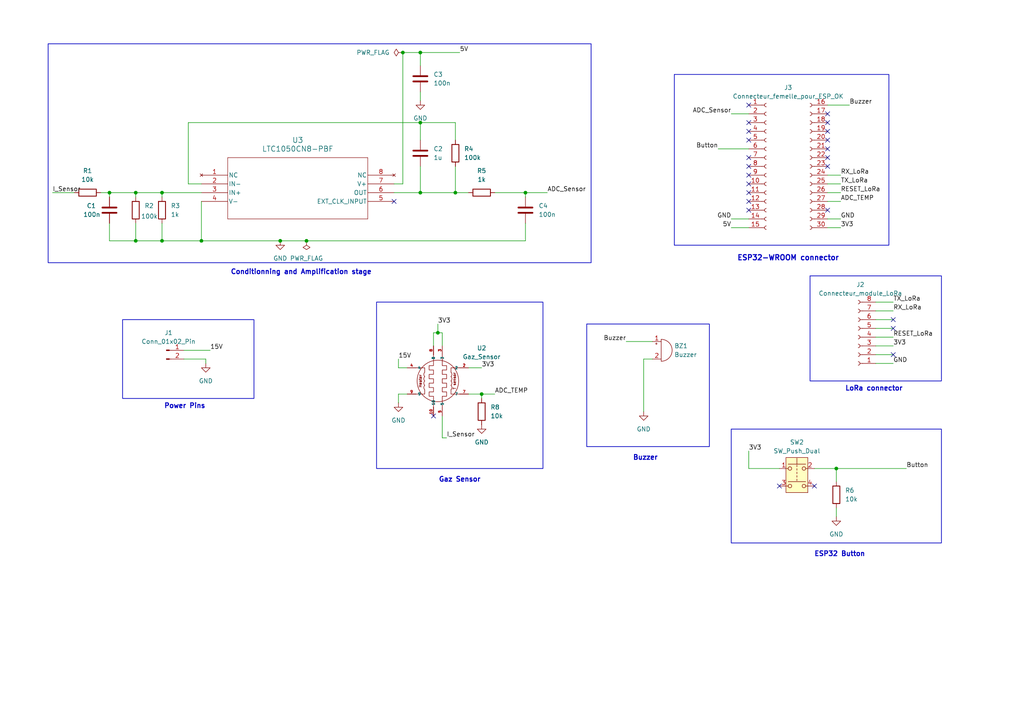
<source format=kicad_sch>
(kicad_sch
	(version 20250114)
	(generator "eeschema")
	(generator_version "9.0")
	(uuid "c6bc27d8-c599-432f-83f6-02e9f006136f")
	(paper "A4")
	(lib_symbols
		(symbol "Connector:Conn_01x02_Pin"
			(pin_names
				(offset 1.016)
				(hide yes)
			)
			(exclude_from_sim no)
			(in_bom yes)
			(on_board yes)
			(property "Reference" "J"
				(at 0 2.54 0)
				(effects
					(font
						(size 1.27 1.27)
					)
				)
			)
			(property "Value" "Conn_01x02_Pin"
				(at 0 -5.08 0)
				(effects
					(font
						(size 1.27 1.27)
					)
				)
			)
			(property "Footprint" ""
				(at 0 0 0)
				(effects
					(font
						(size 1.27 1.27)
					)
					(hide yes)
				)
			)
			(property "Datasheet" "~"
				(at 0 0 0)
				(effects
					(font
						(size 1.27 1.27)
					)
					(hide yes)
				)
			)
			(property "Description" "Generic connector, single row, 01x02, script generated"
				(at 0 0 0)
				(effects
					(font
						(size 1.27 1.27)
					)
					(hide yes)
				)
			)
			(property "ki_locked" ""
				(at 0 0 0)
				(effects
					(font
						(size 1.27 1.27)
					)
				)
			)
			(property "ki_keywords" "connector"
				(at 0 0 0)
				(effects
					(font
						(size 1.27 1.27)
					)
					(hide yes)
				)
			)
			(property "ki_fp_filters" "Connector*:*_1x??_*"
				(at 0 0 0)
				(effects
					(font
						(size 1.27 1.27)
					)
					(hide yes)
				)
			)
			(symbol "Conn_01x02_Pin_1_1"
				(rectangle
					(start 0.8636 0.127)
					(end 0 -0.127)
					(stroke
						(width 0.1524)
						(type default)
					)
					(fill
						(type outline)
					)
				)
				(rectangle
					(start 0.8636 -2.413)
					(end 0 -2.667)
					(stroke
						(width 0.1524)
						(type default)
					)
					(fill
						(type outline)
					)
				)
				(polyline
					(pts
						(xy 1.27 0) (xy 0.8636 0)
					)
					(stroke
						(width 0.1524)
						(type default)
					)
					(fill
						(type none)
					)
				)
				(polyline
					(pts
						(xy 1.27 -2.54) (xy 0.8636 -2.54)
					)
					(stroke
						(width 0.1524)
						(type default)
					)
					(fill
						(type none)
					)
				)
				(pin passive line
					(at 5.08 0 180)
					(length 3.81)
					(name "Pin_1"
						(effects
							(font
								(size 1.27 1.27)
							)
						)
					)
					(number "1"
						(effects
							(font
								(size 1.27 1.27)
							)
						)
					)
				)
				(pin passive line
					(at 5.08 -2.54 180)
					(length 3.81)
					(name "Pin_2"
						(effects
							(font
								(size 1.27 1.27)
							)
						)
					)
					(number "2"
						(effects
							(font
								(size 1.27 1.27)
							)
						)
					)
				)
			)
			(embedded_fonts no)
		)
		(symbol "Connector:Conn_01x08_Socket"
			(pin_names
				(offset 1.016)
				(hide yes)
			)
			(exclude_from_sim no)
			(in_bom yes)
			(on_board yes)
			(property "Reference" "J"
				(at 0 10.16 0)
				(effects
					(font
						(size 1.27 1.27)
					)
				)
			)
			(property "Value" "Conn_01x08_Socket"
				(at 0 -12.7 0)
				(effects
					(font
						(size 1.27 1.27)
					)
				)
			)
			(property "Footprint" ""
				(at 0 0 0)
				(effects
					(font
						(size 1.27 1.27)
					)
					(hide yes)
				)
			)
			(property "Datasheet" "~"
				(at 0 0 0)
				(effects
					(font
						(size 1.27 1.27)
					)
					(hide yes)
				)
			)
			(property "Description" "Generic connector, single row, 01x08, script generated"
				(at 0 0 0)
				(effects
					(font
						(size 1.27 1.27)
					)
					(hide yes)
				)
			)
			(property "ki_locked" ""
				(at 0 0 0)
				(effects
					(font
						(size 1.27 1.27)
					)
				)
			)
			(property "ki_keywords" "connector"
				(at 0 0 0)
				(effects
					(font
						(size 1.27 1.27)
					)
					(hide yes)
				)
			)
			(property "ki_fp_filters" "Connector*:*_1x??_*"
				(at 0 0 0)
				(effects
					(font
						(size 1.27 1.27)
					)
					(hide yes)
				)
			)
			(symbol "Conn_01x08_Socket_1_1"
				(polyline
					(pts
						(xy -1.27 7.62) (xy -0.508 7.62)
					)
					(stroke
						(width 0.1524)
						(type default)
					)
					(fill
						(type none)
					)
				)
				(polyline
					(pts
						(xy -1.27 5.08) (xy -0.508 5.08)
					)
					(stroke
						(width 0.1524)
						(type default)
					)
					(fill
						(type none)
					)
				)
				(polyline
					(pts
						(xy -1.27 2.54) (xy -0.508 2.54)
					)
					(stroke
						(width 0.1524)
						(type default)
					)
					(fill
						(type none)
					)
				)
				(polyline
					(pts
						(xy -1.27 0) (xy -0.508 0)
					)
					(stroke
						(width 0.1524)
						(type default)
					)
					(fill
						(type none)
					)
				)
				(polyline
					(pts
						(xy -1.27 -2.54) (xy -0.508 -2.54)
					)
					(stroke
						(width 0.1524)
						(type default)
					)
					(fill
						(type none)
					)
				)
				(polyline
					(pts
						(xy -1.27 -5.08) (xy -0.508 -5.08)
					)
					(stroke
						(width 0.1524)
						(type default)
					)
					(fill
						(type none)
					)
				)
				(polyline
					(pts
						(xy -1.27 -7.62) (xy -0.508 -7.62)
					)
					(stroke
						(width 0.1524)
						(type default)
					)
					(fill
						(type none)
					)
				)
				(polyline
					(pts
						(xy -1.27 -10.16) (xy -0.508 -10.16)
					)
					(stroke
						(width 0.1524)
						(type default)
					)
					(fill
						(type none)
					)
				)
				(arc
					(start 0 7.112)
					(mid -0.5058 7.62)
					(end 0 8.128)
					(stroke
						(width 0.1524)
						(type default)
					)
					(fill
						(type none)
					)
				)
				(arc
					(start 0 4.572)
					(mid -0.5058 5.08)
					(end 0 5.588)
					(stroke
						(width 0.1524)
						(type default)
					)
					(fill
						(type none)
					)
				)
				(arc
					(start 0 2.032)
					(mid -0.5058 2.54)
					(end 0 3.048)
					(stroke
						(width 0.1524)
						(type default)
					)
					(fill
						(type none)
					)
				)
				(arc
					(start 0 -0.508)
					(mid -0.5058 0)
					(end 0 0.508)
					(stroke
						(width 0.1524)
						(type default)
					)
					(fill
						(type none)
					)
				)
				(arc
					(start 0 -3.048)
					(mid -0.5058 -2.54)
					(end 0 -2.032)
					(stroke
						(width 0.1524)
						(type default)
					)
					(fill
						(type none)
					)
				)
				(arc
					(start 0 -5.588)
					(mid -0.5058 -5.08)
					(end 0 -4.572)
					(stroke
						(width 0.1524)
						(type default)
					)
					(fill
						(type none)
					)
				)
				(arc
					(start 0 -8.128)
					(mid -0.5058 -7.62)
					(end 0 -7.112)
					(stroke
						(width 0.1524)
						(type default)
					)
					(fill
						(type none)
					)
				)
				(arc
					(start 0 -10.668)
					(mid -0.5058 -10.16)
					(end 0 -9.652)
					(stroke
						(width 0.1524)
						(type default)
					)
					(fill
						(type none)
					)
				)
				(pin passive line
					(at -5.08 7.62 0)
					(length 3.81)
					(name "Pin_1"
						(effects
							(font
								(size 1.27 1.27)
							)
						)
					)
					(number "1"
						(effects
							(font
								(size 1.27 1.27)
							)
						)
					)
				)
				(pin passive line
					(at -5.08 5.08 0)
					(length 3.81)
					(name "Pin_2"
						(effects
							(font
								(size 1.27 1.27)
							)
						)
					)
					(number "2"
						(effects
							(font
								(size 1.27 1.27)
							)
						)
					)
				)
				(pin passive line
					(at -5.08 2.54 0)
					(length 3.81)
					(name "Pin_3"
						(effects
							(font
								(size 1.27 1.27)
							)
						)
					)
					(number "3"
						(effects
							(font
								(size 1.27 1.27)
							)
						)
					)
				)
				(pin passive line
					(at -5.08 0 0)
					(length 3.81)
					(name "Pin_4"
						(effects
							(font
								(size 1.27 1.27)
							)
						)
					)
					(number "4"
						(effects
							(font
								(size 1.27 1.27)
							)
						)
					)
				)
				(pin passive line
					(at -5.08 -2.54 0)
					(length 3.81)
					(name "Pin_5"
						(effects
							(font
								(size 1.27 1.27)
							)
						)
					)
					(number "5"
						(effects
							(font
								(size 1.27 1.27)
							)
						)
					)
				)
				(pin passive line
					(at -5.08 -5.08 0)
					(length 3.81)
					(name "Pin_6"
						(effects
							(font
								(size 1.27 1.27)
							)
						)
					)
					(number "6"
						(effects
							(font
								(size 1.27 1.27)
							)
						)
					)
				)
				(pin passive line
					(at -5.08 -7.62 0)
					(length 3.81)
					(name "Pin_7"
						(effects
							(font
								(size 1.27 1.27)
							)
						)
					)
					(number "7"
						(effects
							(font
								(size 1.27 1.27)
							)
						)
					)
				)
				(pin passive line
					(at -5.08 -10.16 0)
					(length 3.81)
					(name "Pin_8"
						(effects
							(font
								(size 1.27 1.27)
							)
						)
					)
					(number "8"
						(effects
							(font
								(size 1.27 1.27)
							)
						)
					)
				)
			)
			(embedded_fonts no)
		)
		(symbol "Connector:Connecteur_femelle_pour_ESP_OK"
			(pin_names
				(offset 1.016)
				(hide yes)
			)
			(exclude_from_sim no)
			(in_bom yes)
			(on_board yes)
			(property "Reference" "J1"
				(at -1.905 22.86 0)
				(effects
					(font
						(size 1.27 1.27)
					)
				)
			)
			(property "Value" "Connecteur_femelle_pour_ESP_OK"
				(at -1.905 21.59 0)
				(effects
					(font
						(size 1.27 1.27)
					)
				)
			)
			(property "Footprint" ""
				(at 0 0 0)
				(effects
					(font
						(size 1.27 1.27)
					)
					(hide yes)
				)
			)
			(property "Datasheet" "~"
				(at -10.16 0 0)
				(effects
					(font
						(size 1.27 1.27)
					)
					(hide yes)
				)
			)
			(property "Description" "Generic connector, single row, 01x15, script generated"
				(at -1.016 -24.638 0)
				(effects
					(font
						(size 1.27 1.27)
					)
					(hide yes)
				)
			)
			(property "ki_locked" ""
				(at 0 0 0)
				(effects
					(font
						(size 1.27 1.27)
					)
				)
			)
			(property "ki_keywords" "connector"
				(at 0 0 0)
				(effects
					(font
						(size 1.27 1.27)
					)
					(hide yes)
				)
			)
			(property "ki_fp_filters" "Connector*:*_1x??_*"
				(at 0 0 0)
				(effects
					(font
						(size 1.27 1.27)
					)
					(hide yes)
				)
			)
			(symbol "Connecteur_femelle_pour_ESP_OK_1_1"
				(polyline
					(pts
						(xy -11.43 17.78) (xy -10.668 17.78)
					)
					(stroke
						(width 0.1524)
						(type default)
					)
					(fill
						(type none)
					)
				)
				(polyline
					(pts
						(xy -11.43 15.24) (xy -10.668 15.24)
					)
					(stroke
						(width 0.1524)
						(type default)
					)
					(fill
						(type none)
					)
				)
				(polyline
					(pts
						(xy -11.43 12.7) (xy -10.668 12.7)
					)
					(stroke
						(width 0.1524)
						(type default)
					)
					(fill
						(type none)
					)
				)
				(polyline
					(pts
						(xy -11.43 10.16) (xy -10.668 10.16)
					)
					(stroke
						(width 0.1524)
						(type default)
					)
					(fill
						(type none)
					)
				)
				(polyline
					(pts
						(xy -11.43 7.62) (xy -10.668 7.62)
					)
					(stroke
						(width 0.1524)
						(type default)
					)
					(fill
						(type none)
					)
				)
				(polyline
					(pts
						(xy -11.43 5.08) (xy -10.668 5.08)
					)
					(stroke
						(width 0.1524)
						(type default)
					)
					(fill
						(type none)
					)
				)
				(polyline
					(pts
						(xy -11.43 2.54) (xy -10.668 2.54)
					)
					(stroke
						(width 0.1524)
						(type default)
					)
					(fill
						(type none)
					)
				)
				(polyline
					(pts
						(xy -11.43 0) (xy -10.668 0)
					)
					(stroke
						(width 0.1524)
						(type default)
					)
					(fill
						(type none)
					)
				)
				(polyline
					(pts
						(xy -11.43 -2.54) (xy -10.668 -2.54)
					)
					(stroke
						(width 0.1524)
						(type default)
					)
					(fill
						(type none)
					)
				)
				(polyline
					(pts
						(xy -11.43 -5.08) (xy -10.668 -5.08)
					)
					(stroke
						(width 0.1524)
						(type default)
					)
					(fill
						(type none)
					)
				)
				(polyline
					(pts
						(xy -11.43 -7.62) (xy -10.668 -7.62)
					)
					(stroke
						(width 0.1524)
						(type default)
					)
					(fill
						(type none)
					)
				)
				(polyline
					(pts
						(xy -11.43 -10.16) (xy -10.668 -10.16)
					)
					(stroke
						(width 0.1524)
						(type default)
					)
					(fill
						(type none)
					)
				)
				(polyline
					(pts
						(xy -11.43 -12.7) (xy -10.668 -12.7)
					)
					(stroke
						(width 0.1524)
						(type default)
					)
					(fill
						(type none)
					)
				)
				(polyline
					(pts
						(xy -11.43 -15.24) (xy -10.668 -15.24)
					)
					(stroke
						(width 0.1524)
						(type default)
					)
					(fill
						(type none)
					)
				)
				(polyline
					(pts
						(xy -11.43 -17.78) (xy -10.668 -17.78)
					)
					(stroke
						(width 0.1524)
						(type default)
					)
					(fill
						(type none)
					)
				)
				(arc
					(start -10.16 17.272)
					(mid -10.6658 17.78)
					(end -10.16 18.288)
					(stroke
						(width 0.1524)
						(type default)
					)
					(fill
						(type none)
					)
				)
				(arc
					(start -10.16 14.732)
					(mid -10.6658 15.24)
					(end -10.16 15.748)
					(stroke
						(width 0.1524)
						(type default)
					)
					(fill
						(type none)
					)
				)
				(arc
					(start -10.16 12.192)
					(mid -10.6658 12.7)
					(end -10.16 13.208)
					(stroke
						(width 0.1524)
						(type default)
					)
					(fill
						(type none)
					)
				)
				(arc
					(start -10.16 9.652)
					(mid -10.6658 10.16)
					(end -10.16 10.668)
					(stroke
						(width 0.1524)
						(type default)
					)
					(fill
						(type none)
					)
				)
				(arc
					(start -10.16 7.112)
					(mid -10.6658 7.62)
					(end -10.16 8.128)
					(stroke
						(width 0.1524)
						(type default)
					)
					(fill
						(type none)
					)
				)
				(arc
					(start -10.16 4.572)
					(mid -10.6658 5.08)
					(end -10.16 5.588)
					(stroke
						(width 0.1524)
						(type default)
					)
					(fill
						(type none)
					)
				)
				(arc
					(start -10.16 2.032)
					(mid -10.6658 2.54)
					(end -10.16 3.048)
					(stroke
						(width 0.1524)
						(type default)
					)
					(fill
						(type none)
					)
				)
				(arc
					(start -10.16 -0.508)
					(mid -10.6658 0)
					(end -10.16 0.508)
					(stroke
						(width 0.1524)
						(type default)
					)
					(fill
						(type none)
					)
				)
				(arc
					(start -10.16 -3.048)
					(mid -10.6658 -2.54)
					(end -10.16 -2.032)
					(stroke
						(width 0.1524)
						(type default)
					)
					(fill
						(type none)
					)
				)
				(arc
					(start -10.16 -5.588)
					(mid -10.6658 -5.08)
					(end -10.16 -4.572)
					(stroke
						(width 0.1524)
						(type default)
					)
					(fill
						(type none)
					)
				)
				(arc
					(start -10.16 -8.128)
					(mid -10.6658 -7.62)
					(end -10.16 -7.112)
					(stroke
						(width 0.1524)
						(type default)
					)
					(fill
						(type none)
					)
				)
				(arc
					(start -10.16 -10.668)
					(mid -10.6658 -10.16)
					(end -10.16 -9.652)
					(stroke
						(width 0.1524)
						(type default)
					)
					(fill
						(type none)
					)
				)
				(arc
					(start -10.16 -13.208)
					(mid -10.6658 -12.7)
					(end -10.16 -12.192)
					(stroke
						(width 0.1524)
						(type default)
					)
					(fill
						(type none)
					)
				)
				(arc
					(start -10.16 -15.748)
					(mid -10.6658 -15.24)
					(end -10.16 -14.732)
					(stroke
						(width 0.1524)
						(type default)
					)
					(fill
						(type none)
					)
				)
				(arc
					(start -10.16 -18.288)
					(mid -10.6658 -17.78)
					(end -10.16 -17.272)
					(stroke
						(width 0.1524)
						(type default)
					)
					(fill
						(type none)
					)
				)
				(arc
					(start 2.54 18.288)
					(mid 3.0458 17.78)
					(end 2.54 17.272)
					(stroke
						(width 0.1524)
						(type default)
					)
					(fill
						(type none)
					)
				)
				(arc
					(start 2.54 15.748)
					(mid 3.0458 15.24)
					(end 2.54 14.732)
					(stroke
						(width 0.1524)
						(type default)
					)
					(fill
						(type none)
					)
				)
				(arc
					(start 2.54 13.208)
					(mid 3.0458 12.7)
					(end 2.54 12.192)
					(stroke
						(width 0.1524)
						(type default)
					)
					(fill
						(type none)
					)
				)
				(arc
					(start 2.54 10.668)
					(mid 3.0458 10.16)
					(end 2.54 9.652)
					(stroke
						(width 0.1524)
						(type default)
					)
					(fill
						(type none)
					)
				)
				(arc
					(start 2.54 8.128)
					(mid 3.0458 7.62)
					(end 2.54 7.112)
					(stroke
						(width 0.1524)
						(type default)
					)
					(fill
						(type none)
					)
				)
				(arc
					(start 2.54 5.588)
					(mid 3.0458 5.08)
					(end 2.54 4.572)
					(stroke
						(width 0.1524)
						(type default)
					)
					(fill
						(type none)
					)
				)
				(arc
					(start 2.54 3.048)
					(mid 3.0458 2.54)
					(end 2.54 2.032)
					(stroke
						(width 0.1524)
						(type default)
					)
					(fill
						(type none)
					)
				)
				(arc
					(start 2.54 0.508)
					(mid 3.0458 0)
					(end 2.54 -0.508)
					(stroke
						(width 0.1524)
						(type default)
					)
					(fill
						(type none)
					)
				)
				(arc
					(start 2.54 -2.032)
					(mid 3.0458 -2.54)
					(end 2.54 -3.048)
					(stroke
						(width 0.1524)
						(type default)
					)
					(fill
						(type none)
					)
				)
				(arc
					(start 2.54 -4.572)
					(mid 3.0458 -5.08)
					(end 2.54 -5.588)
					(stroke
						(width 0.1524)
						(type default)
					)
					(fill
						(type none)
					)
				)
				(arc
					(start 2.54 -7.112)
					(mid 3.0458 -7.62)
					(end 2.54 -8.128)
					(stroke
						(width 0.1524)
						(type default)
					)
					(fill
						(type none)
					)
				)
				(arc
					(start 2.54 -9.652)
					(mid 3.0458 -10.16)
					(end 2.54 -10.668)
					(stroke
						(width 0.1524)
						(type default)
					)
					(fill
						(type none)
					)
				)
				(arc
					(start 2.54 -12.192)
					(mid 3.0458 -12.7)
					(end 2.54 -13.208)
					(stroke
						(width 0.1524)
						(type default)
					)
					(fill
						(type none)
					)
				)
				(arc
					(start 2.54 -14.732)
					(mid 3.0458 -15.24)
					(end 2.54 -15.748)
					(stroke
						(width 0.1524)
						(type default)
					)
					(fill
						(type none)
					)
				)
				(arc
					(start 2.54 -17.272)
					(mid 3.0458 -17.78)
					(end 2.54 -18.288)
					(stroke
						(width 0.1524)
						(type default)
					)
					(fill
						(type none)
					)
				)
				(polyline
					(pts
						(xy 3.81 17.78) (xy 3.048 17.78)
					)
					(stroke
						(width 0.1524)
						(type default)
					)
					(fill
						(type none)
					)
				)
				(polyline
					(pts
						(xy 3.81 15.24) (xy 3.048 15.24)
					)
					(stroke
						(width 0.1524)
						(type default)
					)
					(fill
						(type none)
					)
				)
				(polyline
					(pts
						(xy 3.81 12.7) (xy 3.048 12.7)
					)
					(stroke
						(width 0.1524)
						(type default)
					)
					(fill
						(type none)
					)
				)
				(polyline
					(pts
						(xy 3.81 10.16) (xy 3.048 10.16)
					)
					(stroke
						(width 0.1524)
						(type default)
					)
					(fill
						(type none)
					)
				)
				(polyline
					(pts
						(xy 3.81 7.62) (xy 3.048 7.62)
					)
					(stroke
						(width 0.1524)
						(type default)
					)
					(fill
						(type none)
					)
				)
				(polyline
					(pts
						(xy 3.81 5.08) (xy 3.048 5.08)
					)
					(stroke
						(width 0.1524)
						(type default)
					)
					(fill
						(type none)
					)
				)
				(polyline
					(pts
						(xy 3.81 2.54) (xy 3.048 2.54)
					)
					(stroke
						(width 0.1524)
						(type default)
					)
					(fill
						(type none)
					)
				)
				(polyline
					(pts
						(xy 3.81 0) (xy 3.048 0)
					)
					(stroke
						(width 0.1524)
						(type default)
					)
					(fill
						(type none)
					)
				)
				(polyline
					(pts
						(xy 3.81 -2.54) (xy 3.048 -2.54)
					)
					(stroke
						(width 0.1524)
						(type default)
					)
					(fill
						(type none)
					)
				)
				(polyline
					(pts
						(xy 3.81 -5.08) (xy 3.048 -5.08)
					)
					(stroke
						(width 0.1524)
						(type default)
					)
					(fill
						(type none)
					)
				)
				(polyline
					(pts
						(xy 3.81 -7.62) (xy 3.048 -7.62)
					)
					(stroke
						(width 0.1524)
						(type default)
					)
					(fill
						(type none)
					)
				)
				(polyline
					(pts
						(xy 3.81 -10.16) (xy 3.048 -10.16)
					)
					(stroke
						(width 0.1524)
						(type default)
					)
					(fill
						(type none)
					)
				)
				(polyline
					(pts
						(xy 3.81 -12.7) (xy 3.048 -12.7)
					)
					(stroke
						(width 0.1524)
						(type default)
					)
					(fill
						(type none)
					)
				)
				(polyline
					(pts
						(xy 3.81 -15.24) (xy 3.048 -15.24)
					)
					(stroke
						(width 0.1524)
						(type default)
					)
					(fill
						(type none)
					)
				)
				(polyline
					(pts
						(xy 3.81 -17.78) (xy 3.048 -17.78)
					)
					(stroke
						(width 0.1524)
						(type default)
					)
					(fill
						(type none)
					)
				)
				(pin passive line
					(at -15.24 17.78 0)
					(length 3.81)
					(name "Pin_1"
						(effects
							(font
								(size 1.27 1.27)
							)
						)
					)
					(number "1"
						(effects
							(font
								(size 1.27 1.27)
							)
						)
					)
				)
				(pin passive line
					(at -15.24 15.24 0)
					(length 3.81)
					(name "Pin_2"
						(effects
							(font
								(size 1.27 1.27)
							)
						)
					)
					(number "2"
						(effects
							(font
								(size 1.27 1.27)
							)
						)
					)
				)
				(pin passive line
					(at -15.24 12.7 0)
					(length 3.81)
					(name "Pin_3"
						(effects
							(font
								(size 1.27 1.27)
							)
						)
					)
					(number "3"
						(effects
							(font
								(size 1.27 1.27)
							)
						)
					)
				)
				(pin passive line
					(at -15.24 10.16 0)
					(length 3.81)
					(name "Pin_4"
						(effects
							(font
								(size 1.27 1.27)
							)
						)
					)
					(number "4"
						(effects
							(font
								(size 1.27 1.27)
							)
						)
					)
				)
				(pin passive line
					(at -15.24 7.62 0)
					(length 3.81)
					(name "Pin_5"
						(effects
							(font
								(size 1.27 1.27)
							)
						)
					)
					(number "5"
						(effects
							(font
								(size 1.27 1.27)
							)
						)
					)
				)
				(pin passive line
					(at -15.24 5.08 0)
					(length 3.81)
					(name "Pin_6"
						(effects
							(font
								(size 1.27 1.27)
							)
						)
					)
					(number "6"
						(effects
							(font
								(size 1.27 1.27)
							)
						)
					)
				)
				(pin passive line
					(at -15.24 2.54 0)
					(length 3.81)
					(name "Pin_7"
						(effects
							(font
								(size 1.27 1.27)
							)
						)
					)
					(number "7"
						(effects
							(font
								(size 1.27 1.27)
							)
						)
					)
				)
				(pin passive line
					(at -15.24 0 0)
					(length 3.81)
					(name "Pin_8"
						(effects
							(font
								(size 1.27 1.27)
							)
						)
					)
					(number "8"
						(effects
							(font
								(size 1.27 1.27)
							)
						)
					)
				)
				(pin passive line
					(at -15.24 -2.54 0)
					(length 3.81)
					(name "Pin_9"
						(effects
							(font
								(size 1.27 1.27)
							)
						)
					)
					(number "9"
						(effects
							(font
								(size 1.27 1.27)
							)
						)
					)
				)
				(pin passive line
					(at -15.24 -5.08 0)
					(length 3.81)
					(name "Pin_10"
						(effects
							(font
								(size 1.27 1.27)
							)
						)
					)
					(number "10"
						(effects
							(font
								(size 1.27 1.27)
							)
						)
					)
				)
				(pin passive line
					(at -15.24 -7.62 0)
					(length 3.81)
					(name "Pin_11"
						(effects
							(font
								(size 1.27 1.27)
							)
						)
					)
					(number "11"
						(effects
							(font
								(size 1.27 1.27)
							)
						)
					)
				)
				(pin passive line
					(at -15.24 -10.16 0)
					(length 3.81)
					(name "Pin_12"
						(effects
							(font
								(size 1.27 1.27)
							)
						)
					)
					(number "12"
						(effects
							(font
								(size 1.27 1.27)
							)
						)
					)
				)
				(pin passive line
					(at -15.24 -12.7 0)
					(length 3.81)
					(name "Pin_13"
						(effects
							(font
								(size 1.27 1.27)
							)
						)
					)
					(number "13"
						(effects
							(font
								(size 1.27 1.27)
							)
						)
					)
				)
				(pin passive line
					(at -15.24 -15.24 0)
					(length 3.81)
					(name "Pin_14"
						(effects
							(font
								(size 1.27 1.27)
							)
						)
					)
					(number "14"
						(effects
							(font
								(size 1.27 1.27)
							)
						)
					)
				)
				(pin passive line
					(at -15.24 -17.78 0)
					(length 3.81)
					(name "Pin_15"
						(effects
							(font
								(size 1.27 1.27)
							)
						)
					)
					(number "15"
						(effects
							(font
								(size 1.27 1.27)
							)
						)
					)
				)
				(pin passive line
					(at 7.62 17.78 180)
					(length 3.81)
					(name "Pin_15"
						(effects
							(font
								(size 1.27 1.27)
							)
						)
					)
					(number "16"
						(effects
							(font
								(size 1.27 1.27)
							)
						)
					)
				)
				(pin passive line
					(at 7.62 15.24 180)
					(length 3.81)
					(name "Pin_14"
						(effects
							(font
								(size 1.27 1.27)
							)
						)
					)
					(number "17"
						(effects
							(font
								(size 1.27 1.27)
							)
						)
					)
				)
				(pin passive line
					(at 7.62 12.7 180)
					(length 3.81)
					(name "Pin_13"
						(effects
							(font
								(size 1.27 1.27)
							)
						)
					)
					(number "18"
						(effects
							(font
								(size 1.27 1.27)
							)
						)
					)
				)
				(pin passive line
					(at 7.62 10.16 180)
					(length 3.81)
					(name "Pin_12"
						(effects
							(font
								(size 1.27 1.27)
							)
						)
					)
					(number "19"
						(effects
							(font
								(size 1.27 1.27)
							)
						)
					)
				)
				(pin passive line
					(at 7.62 7.62 180)
					(length 3.81)
					(name "Pin_11"
						(effects
							(font
								(size 1.27 1.27)
							)
						)
					)
					(number "20"
						(effects
							(font
								(size 1.27 1.27)
							)
						)
					)
				)
				(pin passive line
					(at 7.62 5.08 180)
					(length 3.81)
					(name "Pin_10"
						(effects
							(font
								(size 1.27 1.27)
							)
						)
					)
					(number "21"
						(effects
							(font
								(size 1.27 1.27)
							)
						)
					)
				)
				(pin passive line
					(at 7.62 2.54 180)
					(length 3.81)
					(name "Pin_9"
						(effects
							(font
								(size 1.27 1.27)
							)
						)
					)
					(number "22"
						(effects
							(font
								(size 1.27 1.27)
							)
						)
					)
				)
				(pin passive line
					(at 7.62 0 180)
					(length 3.81)
					(name "Pin_8"
						(effects
							(font
								(size 1.27 1.27)
							)
						)
					)
					(number "23"
						(effects
							(font
								(size 1.27 1.27)
							)
						)
					)
				)
				(pin passive line
					(at 7.62 -2.54 180)
					(length 3.81)
					(name "24"
						(effects
							(font
								(size 1.27 1.27)
							)
						)
					)
					(number "24"
						(effects
							(font
								(size 1.27 1.27)
							)
						)
					)
				)
				(pin passive line
					(at 7.62 -5.08 180)
					(length 3.81)
					(name "Pin_6"
						(effects
							(font
								(size 1.27 1.27)
							)
						)
					)
					(number "25"
						(effects
							(font
								(size 1.27 1.27)
							)
						)
					)
				)
				(pin passive line
					(at 7.62 -7.62 180)
					(length 3.81)
					(name "Pin_5"
						(effects
							(font
								(size 1.27 1.27)
							)
						)
					)
					(number "26"
						(effects
							(font
								(size 1.27 1.27)
							)
						)
					)
				)
				(pin passive line
					(at 7.62 -10.16 180)
					(length 3.81)
					(name "27"
						(effects
							(font
								(size 1.27 1.27)
							)
						)
					)
					(number "27"
						(effects
							(font
								(size 1.27 1.27)
							)
						)
					)
				)
				(pin passive line
					(at 7.62 -12.7 180)
					(length 3.81)
					(name "Pin_3"
						(effects
							(font
								(size 1.27 1.27)
							)
						)
					)
					(number "28"
						(effects
							(font
								(size 1.27 1.27)
							)
						)
					)
				)
				(pin passive line
					(at 7.62 -15.24 180)
					(length 3.81)
					(name "Pin_2"
						(effects
							(font
								(size 1.27 1.27)
							)
						)
					)
					(number "29"
						(effects
							(font
								(size 1.27 1.27)
							)
						)
					)
				)
				(pin passive line
					(at 7.62 -17.78 180)
					(length 3.81)
					(name "Pin_1"
						(effects
							(font
								(size 1.27 1.27)
							)
						)
					)
					(number "30"
						(effects
							(font
								(size 1.27 1.27)
							)
						)
					)
				)
			)
			(embedded_fonts no)
		)
		(symbol "Device:Buzzer"
			(pin_names
				(offset 0.0254)
				(hide yes)
			)
			(exclude_from_sim no)
			(in_bom yes)
			(on_board yes)
			(property "Reference" "BZ"
				(at 3.81 1.27 0)
				(effects
					(font
						(size 1.27 1.27)
					)
					(justify left)
				)
			)
			(property "Value" "Buzzer"
				(at 3.81 -1.27 0)
				(effects
					(font
						(size 1.27 1.27)
					)
					(justify left)
				)
			)
			(property "Footprint" ""
				(at -0.635 2.54 90)
				(effects
					(font
						(size 1.27 1.27)
					)
					(hide yes)
				)
			)
			(property "Datasheet" "~"
				(at -0.635 2.54 90)
				(effects
					(font
						(size 1.27 1.27)
					)
					(hide yes)
				)
			)
			(property "Description" "Buzzer, polarized"
				(at 0 0 0)
				(effects
					(font
						(size 1.27 1.27)
					)
					(hide yes)
				)
			)
			(property "ki_keywords" "quartz resonator ceramic"
				(at 0 0 0)
				(effects
					(font
						(size 1.27 1.27)
					)
					(hide yes)
				)
			)
			(property "ki_fp_filters" "*Buzzer*"
				(at 0 0 0)
				(effects
					(font
						(size 1.27 1.27)
					)
					(hide yes)
				)
			)
			(symbol "Buzzer_0_1"
				(polyline
					(pts
						(xy -1.651 1.905) (xy -1.143 1.905)
					)
					(stroke
						(width 0)
						(type default)
					)
					(fill
						(type none)
					)
				)
				(polyline
					(pts
						(xy -1.397 2.159) (xy -1.397 1.651)
					)
					(stroke
						(width 0)
						(type default)
					)
					(fill
						(type none)
					)
				)
				(arc
					(start 0 3.175)
					(mid 3.1612 0)
					(end 0 -3.175)
					(stroke
						(width 0)
						(type default)
					)
					(fill
						(type none)
					)
				)
				(polyline
					(pts
						(xy 0 3.175) (xy 0 -3.175)
					)
					(stroke
						(width 0)
						(type default)
					)
					(fill
						(type none)
					)
				)
			)
			(symbol "Buzzer_1_1"
				(pin passive line
					(at -2.54 2.54 0)
					(length 2.54)
					(name "+"
						(effects
							(font
								(size 1.27 1.27)
							)
						)
					)
					(number "1"
						(effects
							(font
								(size 1.27 1.27)
							)
						)
					)
				)
				(pin passive line
					(at -2.54 -2.54 0)
					(length 2.54)
					(name "-"
						(effects
							(font
								(size 1.27 1.27)
							)
						)
					)
					(number "2"
						(effects
							(font
								(size 1.27 1.27)
							)
						)
					)
				)
			)
			(embedded_fonts no)
		)
		(symbol "Device:C"
			(pin_numbers
				(hide yes)
			)
			(pin_names
				(offset 0.254)
			)
			(exclude_from_sim no)
			(in_bom yes)
			(on_board yes)
			(property "Reference" "C"
				(at 0.635 2.54 0)
				(effects
					(font
						(size 1.27 1.27)
					)
					(justify left)
				)
			)
			(property "Value" "C"
				(at 0.635 -2.54 0)
				(effects
					(font
						(size 1.27 1.27)
					)
					(justify left)
				)
			)
			(property "Footprint" ""
				(at 0.9652 -3.81 0)
				(effects
					(font
						(size 1.27 1.27)
					)
					(hide yes)
				)
			)
			(property "Datasheet" "~"
				(at 0 0 0)
				(effects
					(font
						(size 1.27 1.27)
					)
					(hide yes)
				)
			)
			(property "Description" "Unpolarized capacitor"
				(at 0 0 0)
				(effects
					(font
						(size 1.27 1.27)
					)
					(hide yes)
				)
			)
			(property "ki_keywords" "cap capacitor"
				(at 0 0 0)
				(effects
					(font
						(size 1.27 1.27)
					)
					(hide yes)
				)
			)
			(property "ki_fp_filters" "C_*"
				(at 0 0 0)
				(effects
					(font
						(size 1.27 1.27)
					)
					(hide yes)
				)
			)
			(symbol "C_0_1"
				(polyline
					(pts
						(xy -2.032 0.762) (xy 2.032 0.762)
					)
					(stroke
						(width 0.508)
						(type default)
					)
					(fill
						(type none)
					)
				)
				(polyline
					(pts
						(xy -2.032 -0.762) (xy 2.032 -0.762)
					)
					(stroke
						(width 0.508)
						(type default)
					)
					(fill
						(type none)
					)
				)
			)
			(symbol "C_1_1"
				(pin passive line
					(at 0 3.81 270)
					(length 2.794)
					(name "~"
						(effects
							(font
								(size 1.27 1.27)
							)
						)
					)
					(number "1"
						(effects
							(font
								(size 1.27 1.27)
							)
						)
					)
				)
				(pin passive line
					(at 0 -3.81 90)
					(length 2.794)
					(name "~"
						(effects
							(font
								(size 1.27 1.27)
							)
						)
					)
					(number "2"
						(effects
							(font
								(size 1.27 1.27)
							)
						)
					)
				)
			)
			(embedded_fonts no)
		)
		(symbol "Device:R"
			(pin_numbers
				(hide yes)
			)
			(pin_names
				(offset 0)
			)
			(exclude_from_sim no)
			(in_bom yes)
			(on_board yes)
			(property "Reference" "R"
				(at 2.032 0 90)
				(effects
					(font
						(size 1.27 1.27)
					)
				)
			)
			(property "Value" "R"
				(at 0 0 90)
				(effects
					(font
						(size 1.27 1.27)
					)
				)
			)
			(property "Footprint" ""
				(at -1.778 0 90)
				(effects
					(font
						(size 1.27 1.27)
					)
					(hide yes)
				)
			)
			(property "Datasheet" "~"
				(at 0 0 0)
				(effects
					(font
						(size 1.27 1.27)
					)
					(hide yes)
				)
			)
			(property "Description" "Resistor"
				(at 0 0 0)
				(effects
					(font
						(size 1.27 1.27)
					)
					(hide yes)
				)
			)
			(property "ki_keywords" "R res resistor"
				(at 0 0 0)
				(effects
					(font
						(size 1.27 1.27)
					)
					(hide yes)
				)
			)
			(property "ki_fp_filters" "R_*"
				(at 0 0 0)
				(effects
					(font
						(size 1.27 1.27)
					)
					(hide yes)
				)
			)
			(symbol "R_0_1"
				(rectangle
					(start -1.016 -2.54)
					(end 1.016 2.54)
					(stroke
						(width 0.254)
						(type default)
					)
					(fill
						(type none)
					)
				)
			)
			(symbol "R_1_1"
				(pin passive line
					(at 0 3.81 270)
					(length 1.27)
					(name "~"
						(effects
							(font
								(size 1.27 1.27)
							)
						)
					)
					(number "1"
						(effects
							(font
								(size 1.27 1.27)
							)
						)
					)
				)
				(pin passive line
					(at 0 -3.81 90)
					(length 1.27)
					(name "~"
						(effects
							(font
								(size 1.27 1.27)
							)
						)
					)
					(number "2"
						(effects
							(font
								(size 1.27 1.27)
							)
						)
					)
				)
			)
			(embedded_fonts no)
		)
		(symbol "LTC:LTC1050CN8-PBF"
			(pin_names
				(offset 0.254)
			)
			(exclude_from_sim no)
			(in_bom yes)
			(on_board yes)
			(property "Reference" "U"
				(at 27.94 10.16 0)
				(effects
					(font
						(size 1.524 1.524)
					)
				)
			)
			(property "Value" "LTC1050CN8-PBF"
				(at 27.94 7.62 0)
				(effects
					(font
						(size 1.524 1.524)
					)
				)
			)
			(property "Footprint" "PDIP-8_N_LIT"
				(at 0 0 0)
				(effects
					(font
						(size 1.27 1.27)
						(italic yes)
					)
					(hide yes)
				)
			)
			(property "Datasheet" "https://www.analog.com/media/en/technical-documentation/data-sheets/1050fb.pdf"
				(at 0 0 0)
				(effects
					(font
						(size 1.27 1.27)
						(italic yes)
					)
					(hide yes)
				)
			)
			(property "Description" ""
				(at 0 0 0)
				(effects
					(font
						(size 1.27 1.27)
					)
					(hide yes)
				)
			)
			(property "ki_locked" ""
				(at 0 0 0)
				(effects
					(font
						(size 1.27 1.27)
					)
				)
			)
			(property "ki_keywords" "LTC1050CN8#PBF"
				(at 0 0 0)
				(effects
					(font
						(size 1.27 1.27)
					)
					(hide yes)
				)
			)
			(property "ki_fp_filters" "PDIP-8_N_LIT"
				(at 0 0 0)
				(effects
					(font
						(size 1.27 1.27)
					)
					(hide yes)
				)
			)
			(symbol "LTC1050CN8-PBF_0_1"
				(polyline
					(pts
						(xy 7.62 5.08) (xy 7.62 -12.7)
					)
					(stroke
						(width 0.127)
						(type default)
					)
					(fill
						(type none)
					)
				)
				(polyline
					(pts
						(xy 7.62 -12.7) (xy 48.26 -12.7)
					)
					(stroke
						(width 0.127)
						(type default)
					)
					(fill
						(type none)
					)
				)
				(polyline
					(pts
						(xy 48.26 5.08) (xy 7.62 5.08)
					)
					(stroke
						(width 0.127)
						(type default)
					)
					(fill
						(type none)
					)
				)
				(polyline
					(pts
						(xy 48.26 -12.7) (xy 48.26 5.08)
					)
					(stroke
						(width 0.127)
						(type default)
					)
					(fill
						(type none)
					)
				)
				(pin no_connect line
					(at 0 0 0)
					(length 7.62)
					(name "NC"
						(effects
							(font
								(size 1.27 1.27)
							)
						)
					)
					(number "1"
						(effects
							(font
								(size 1.27 1.27)
							)
						)
					)
				)
				(pin input line
					(at 0 -2.54 0)
					(length 7.62)
					(name "IN-"
						(effects
							(font
								(size 1.27 1.27)
							)
						)
					)
					(number "2"
						(effects
							(font
								(size 1.27 1.27)
							)
						)
					)
				)
				(pin input line
					(at 0 -5.08 0)
					(length 7.62)
					(name "IN+"
						(effects
							(font
								(size 1.27 1.27)
							)
						)
					)
					(number "3"
						(effects
							(font
								(size 1.27 1.27)
							)
						)
					)
				)
				(pin power_in line
					(at 0 -7.62 0)
					(length 7.62)
					(name "V-"
						(effects
							(font
								(size 1.27 1.27)
							)
						)
					)
					(number "4"
						(effects
							(font
								(size 1.27 1.27)
							)
						)
					)
				)
				(pin no_connect line
					(at 55.88 0 180)
					(length 7.62)
					(name "NC"
						(effects
							(font
								(size 1.27 1.27)
							)
						)
					)
					(number "8"
						(effects
							(font
								(size 1.27 1.27)
							)
						)
					)
				)
				(pin power_in line
					(at 55.88 -2.54 180)
					(length 7.62)
					(name "V+"
						(effects
							(font
								(size 1.27 1.27)
							)
						)
					)
					(number "7"
						(effects
							(font
								(size 1.27 1.27)
							)
						)
					)
				)
				(pin output line
					(at 55.88 -5.08 180)
					(length 7.62)
					(name "OUT"
						(effects
							(font
								(size 1.27 1.27)
							)
						)
					)
					(number "6"
						(effects
							(font
								(size 1.27 1.27)
							)
						)
					)
				)
				(pin input line
					(at 55.88 -7.62 180)
					(length 7.62)
					(name "EXT_CLK_INPUT"
						(effects
							(font
								(size 1.27 1.27)
							)
						)
					)
					(number "5"
						(effects
							(font
								(size 1.27 1.27)
							)
						)
					)
				)
			)
			(embedded_fonts no)
		)
		(symbol "New_Library:Gas_sensor"
			(exclude_from_sim no)
			(in_bom yes)
			(on_board yes)
			(property "Reference" "U2"
				(at 12.7 9.5318 0)
				(effects
					(font
						(size 1.27 1.27)
					)
				)
			)
			(property "Value" "Gaz_Sensor"
				(at 12.7 6.9918 0)
				(effects
					(font
						(size 1.27 1.27)
					)
				)
			)
			(property "Footprint" "Package_TO_SOT_THT:TO-5-10"
				(at 0 0 0)
				(effects
					(font
						(size 1.27 1.27)
					)
					(hide yes)
				)
			)
			(property "Datasheet" ""
				(at 0 0 0)
				(effects
					(font
						(size 1.27 1.27)
					)
					(hide yes)
				)
			)
			(property "Description" ""
				(at 0 0 0)
				(effects
					(font
						(size 1.27 1.27)
					)
					(hide yes)
				)
			)
			(symbol "Gas_sensor_0_1"
				(polyline
					(pts
						(xy -6.35 -3.81) (xy -3.81 -3.81) (xy -3.81 -2.54)
					)
					(stroke
						(width 0)
						(type default)
					)
					(fill
						(type none)
					)
				)
				(polyline
					(pts
						(xy -3.81 2.54) (xy -3.81 3.81) (xy -6.35 3.81)
					)
					(stroke
						(width 0)
						(type default)
					)
					(fill
						(type none)
					)
				)
				(arc
					(start -3.81 1.27)
					(mid -4.073 1.905)
					(end -3.81 2.54)
					(stroke
						(width 0)
						(type default)
					)
					(fill
						(type none)
					)
				)
				(arc
					(start -3.81 0)
					(mid -4.073 0.635)
					(end -3.81 1.27)
					(stroke
						(width 0)
						(type default)
					)
					(fill
						(type none)
					)
				)
				(arc
					(start -3.81 -1.27)
					(mid -4.073 -0.635)
					(end -3.81 0)
					(stroke
						(width 0)
						(type default)
					)
					(fill
						(type none)
					)
				)
				(arc
					(start -3.81 -2.54)
					(mid -4.073 -1.905)
					(end -3.81 -1.27)
					(stroke
						(width 0)
						(type default)
					)
					(fill
						(type none)
					)
				)
				(polyline
					(pts
						(xy -1.27 7.62) (xy -1.27 4.445) (xy -2.54 4.445) (xy -2.54 3.175) (xy -1.27 3.175) (xy -1.27 1.905)
						(xy -2.54 1.905) (xy -2.54 0.635) (xy -1.27 0.635) (xy -1.27 -0.635) (xy -2.54 -0.635) (xy -2.54 -1.905)
						(xy -1.27 -1.905) (xy -1.27 -3.175) (xy -2.54 -3.175) (xy -2.54 -4.445) (xy -1.27 -4.445) (xy -1.27 -7.62)
					)
					(stroke
						(width 0)
						(type default)
					)
					(fill
						(type none)
					)
				)
				(circle
					(center 0 0)
					(radius 6.0241)
					(stroke
						(width 0)
						(type default)
					)
					(fill
						(type none)
					)
				)
				(polyline
					(pts
						(xy 1.27 -7.62) (xy 1.27 -4.445) (xy 2.54 -4.445) (xy 2.54 -3.175) (xy 1.27 -3.175) (xy 1.27 -1.905)
						(xy 2.54 -1.905) (xy 2.54 -0.635) (xy 1.27 -0.635) (xy 1.27 0.635) (xy 2.54 0.635) (xy 2.54 1.905)
						(xy 1.27 1.905) (xy 1.27 3.175) (xy 2.54 3.175) (xy 2.54 4.445) (xy 1.27 4.445) (xy 1.27 7.62)
					)
					(stroke
						(width 0)
						(type default)
					)
					(fill
						(type none)
					)
				)
				(arc
					(start 3.81 2.54)
					(mid 4.073 1.905)
					(end 3.81 1.27)
					(stroke
						(width 0)
						(type default)
					)
					(fill
						(type none)
					)
				)
				(arc
					(start 3.81 1.27)
					(mid 4.073 0.635)
					(end 3.81 0)
					(stroke
						(width 0)
						(type default)
					)
					(fill
						(type none)
					)
				)
				(arc
					(start 3.81 0)
					(mid 4.073 -0.635)
					(end 3.81 -1.27)
					(stroke
						(width 0)
						(type default)
					)
					(fill
						(type none)
					)
				)
				(arc
					(start 3.81 -1.27)
					(mid 4.073 -1.905)
					(end 3.81 -2.54)
					(stroke
						(width 0)
						(type default)
					)
					(fill
						(type none)
					)
				)
				(polyline
					(pts
						(xy 3.81 -2.54) (xy 3.81 -3.81) (xy 6.35 -3.81)
					)
					(stroke
						(width 0)
						(type default)
					)
					(fill
						(type none)
					)
				)
				(polyline
					(pts
						(xy 6.35 3.81) (xy 3.81 3.81) (xy 3.81 2.54)
					)
					(stroke
						(width 0)
						(type default)
					)
					(fill
						(type none)
					)
				)
			)
			(symbol "Gas_sensor_1_1"
				(text "Heater"
					(at -5.08 0 900)
					(effects
						(font
							(size 0.762 0.762)
						)
					)
				)
				(text "T sensor"
					(at 4.826 0 900)
					(effects
						(font
							(size 0.762 0.762)
						)
					)
				)
				(pin bidirectional line
					(at -8.89 3.81 0)
					(length 2.54)
					(name "4"
						(effects
							(font
								(size 0.762 0.762)
							)
						)
					)
					(number "4"
						(effects
							(font
								(size 0.762 0.762)
							)
						)
					)
				)
				(pin bidirectional line
					(at -8.89 -3.81 0)
					(length 2.54)
					(name "9"
						(effects
							(font
								(size 0.762 0.762)
							)
						)
					)
					(number "9"
						(effects
							(font
								(size 0.762 0.762)
							)
						)
					)
				)
				(pin bidirectional line
					(at -1.27 10.16 270)
					(length 2.54)
					(name "8"
						(effects
							(font
								(size 0.762 0.762)
							)
						)
					)
					(number "8"
						(effects
							(font
								(size 0.762 0.762)
							)
						)
					)
				)
				(pin bidirectional line
					(at -1.27 -10.16 90)
					(length 2.54)
					(name "10"
						(effects
							(font
								(size 0.762 0.762)
							)
						)
					)
					(number "10"
						(effects
							(font
								(size 0.762 0.762)
							)
						)
					)
				)
				(pin bidirectional line
					(at 1.27 10.16 270)
					(length 2.54)
					(name "3"
						(effects
							(font
								(size 0.762 0.762)
							)
						)
					)
					(number "3"
						(effects
							(font
								(size 0.762 0.762)
							)
						)
					)
				)
				(pin bidirectional line
					(at 1.27 -10.16 90)
					(length 2.54)
					(name "5"
						(effects
							(font
								(size 0.762 0.762)
							)
						)
					)
					(number "5"
						(effects
							(font
								(size 0.762 0.762)
							)
						)
					)
				)
				(pin bidirectional line
					(at 8.89 3.81 180)
					(length 2.54)
					(name "2"
						(effects
							(font
								(size 0.762 0.762)
							)
						)
					)
					(number "2"
						(effects
							(font
								(size 0.762 0.762)
							)
						)
					)
				)
				(pin bidirectional line
					(at 8.89 -3.81 180)
					(length 2.54)
					(name "7"
						(effects
							(font
								(size 0.762 0.762)
							)
						)
					)
					(number "7"
						(effects
							(font
								(size 0.762 0.762)
							)
						)
					)
				)
			)
			(embedded_fonts no)
		)
		(symbol "Switch:SW_Push_Dual"
			(pin_names
				(offset 1.016)
				(hide yes)
			)
			(exclude_from_sim no)
			(in_bom yes)
			(on_board yes)
			(property "Reference" "SW"
				(at 0 7.62 0)
				(effects
					(font
						(size 1.27 1.27)
					)
				)
			)
			(property "Value" "SW_Push_Dual"
				(at 0 -6.35 0)
				(effects
					(font
						(size 1.27 1.27)
					)
				)
			)
			(property "Footprint" ""
				(at 0 7.62 0)
				(effects
					(font
						(size 1.27 1.27)
					)
					(hide yes)
				)
			)
			(property "Datasheet" "~"
				(at 0 0 0)
				(effects
					(font
						(size 1.27 1.27)
					)
					(hide yes)
				)
			)
			(property "Description" "Push button switch, generic, symbol, four pins"
				(at 0 0 0)
				(effects
					(font
						(size 1.27 1.27)
					)
					(hide yes)
				)
			)
			(property "ki_keywords" "switch normally-open pushbutton push-button"
				(at 0 0 0)
				(effects
					(font
						(size 1.27 1.27)
					)
					(hide yes)
				)
			)
			(symbol "SW_Push_Dual_0_1"
				(circle
					(center -2.032 2.54)
					(radius 0.508)
					(stroke
						(width 0)
						(type default)
					)
					(fill
						(type none)
					)
				)
				(circle
					(center -2.032 -2.54)
					(radius 0.508)
					(stroke
						(width 0)
						(type default)
					)
					(fill
						(type none)
					)
				)
				(polyline
					(pts
						(xy 0 3.81) (xy 0 5.588)
					)
					(stroke
						(width 0)
						(type default)
					)
					(fill
						(type none)
					)
				)
				(polyline
					(pts
						(xy 0 3.048) (xy 0 3.556)
					)
					(stroke
						(width 0)
						(type default)
					)
					(fill
						(type none)
					)
				)
				(polyline
					(pts
						(xy 0 2.032) (xy 0 2.54)
					)
					(stroke
						(width 0)
						(type default)
					)
					(fill
						(type none)
					)
				)
				(polyline
					(pts
						(xy 0 1.016) (xy 0 1.524)
					)
					(stroke
						(width 0)
						(type default)
					)
					(fill
						(type none)
					)
				)
				(polyline
					(pts
						(xy 0 0.508) (xy 0 0)
					)
					(stroke
						(width 0)
						(type default)
					)
					(fill
						(type none)
					)
				)
				(polyline
					(pts
						(xy 0 -0.508) (xy 0 -1.016)
					)
					(stroke
						(width 0)
						(type default)
					)
					(fill
						(type none)
					)
				)
				(circle
					(center 2.032 2.54)
					(radius 0.508)
					(stroke
						(width 0)
						(type default)
					)
					(fill
						(type none)
					)
				)
				(circle
					(center 2.032 -2.54)
					(radius 0.508)
					(stroke
						(width 0)
						(type default)
					)
					(fill
						(type none)
					)
				)
				(polyline
					(pts
						(xy 2.54 3.81) (xy -2.54 3.81)
					)
					(stroke
						(width 0)
						(type default)
					)
					(fill
						(type none)
					)
				)
				(polyline
					(pts
						(xy 2.54 -1.27) (xy -2.54 -1.27)
					)
					(stroke
						(width 0)
						(type default)
					)
					(fill
						(type none)
					)
				)
				(pin passive line
					(at -5.08 2.54 0)
					(length 2.54)
					(name "1"
						(effects
							(font
								(size 1.27 1.27)
							)
						)
					)
					(number "1"
						(effects
							(font
								(size 1.27 1.27)
							)
						)
					)
				)
				(pin passive line
					(at -5.08 -2.54 0)
					(length 2.54)
					(name "3"
						(effects
							(font
								(size 1.27 1.27)
							)
						)
					)
					(number "3"
						(effects
							(font
								(size 1.27 1.27)
							)
						)
					)
				)
				(pin passive line
					(at 5.08 2.54 180)
					(length 2.54)
					(name "2"
						(effects
							(font
								(size 1.27 1.27)
							)
						)
					)
					(number "2"
						(effects
							(font
								(size 1.27 1.27)
							)
						)
					)
				)
				(pin passive line
					(at 5.08 -2.54 180)
					(length 2.54)
					(name "4"
						(effects
							(font
								(size 1.27 1.27)
							)
						)
					)
					(number "4"
						(effects
							(font
								(size 1.27 1.27)
							)
						)
					)
				)
			)
			(symbol "SW_Push_Dual_1_1"
				(rectangle
					(start -3.175 5.715)
					(end 3.175 -4.445)
					(stroke
						(width 0)
						(type default)
					)
					(fill
						(type background)
					)
				)
			)
			(embedded_fonts no)
		)
		(symbol "power:GND"
			(power)
			(pin_numbers
				(hide yes)
			)
			(pin_names
				(offset 0)
				(hide yes)
			)
			(exclude_from_sim no)
			(in_bom yes)
			(on_board yes)
			(property "Reference" "#PWR"
				(at 0 -6.35 0)
				(effects
					(font
						(size 1.27 1.27)
					)
					(hide yes)
				)
			)
			(property "Value" "GND"
				(at 0 -3.81 0)
				(effects
					(font
						(size 1.27 1.27)
					)
				)
			)
			(property "Footprint" ""
				(at 0 0 0)
				(effects
					(font
						(size 1.27 1.27)
					)
					(hide yes)
				)
			)
			(property "Datasheet" ""
				(at 0 0 0)
				(effects
					(font
						(size 1.27 1.27)
					)
					(hide yes)
				)
			)
			(property "Description" "Power symbol creates a global label with name \"GND\" , ground"
				(at 0 0 0)
				(effects
					(font
						(size 1.27 1.27)
					)
					(hide yes)
				)
			)
			(property "ki_keywords" "global power"
				(at 0 0 0)
				(effects
					(font
						(size 1.27 1.27)
					)
					(hide yes)
				)
			)
			(symbol "GND_0_1"
				(polyline
					(pts
						(xy 0 0) (xy 0 -1.27) (xy 1.27 -1.27) (xy 0 -2.54) (xy -1.27 -1.27) (xy 0 -1.27)
					)
					(stroke
						(width 0)
						(type default)
					)
					(fill
						(type none)
					)
				)
			)
			(symbol "GND_1_1"
				(pin power_in line
					(at 0 0 270)
					(length 0)
					(name "~"
						(effects
							(font
								(size 1.27 1.27)
							)
						)
					)
					(number "1"
						(effects
							(font
								(size 1.27 1.27)
							)
						)
					)
				)
			)
			(embedded_fonts no)
		)
		(symbol "power:PWR_FLAG"
			(power)
			(pin_numbers
				(hide yes)
			)
			(pin_names
				(offset 0)
				(hide yes)
			)
			(exclude_from_sim no)
			(in_bom yes)
			(on_board yes)
			(property "Reference" "#FLG"
				(at 0 1.905 0)
				(effects
					(font
						(size 1.27 1.27)
					)
					(hide yes)
				)
			)
			(property "Value" "PWR_FLAG"
				(at 0 3.81 0)
				(effects
					(font
						(size 1.27 1.27)
					)
				)
			)
			(property "Footprint" ""
				(at 0 0 0)
				(effects
					(font
						(size 1.27 1.27)
					)
					(hide yes)
				)
			)
			(property "Datasheet" "~"
				(at 0 0 0)
				(effects
					(font
						(size 1.27 1.27)
					)
					(hide yes)
				)
			)
			(property "Description" "Special symbol for telling ERC where power comes from"
				(at 0 0 0)
				(effects
					(font
						(size 1.27 1.27)
					)
					(hide yes)
				)
			)
			(property "ki_keywords" "flag power"
				(at 0 0 0)
				(effects
					(font
						(size 1.27 1.27)
					)
					(hide yes)
				)
			)
			(symbol "PWR_FLAG_0_0"
				(pin power_out line
					(at 0 0 90)
					(length 0)
					(name "~"
						(effects
							(font
								(size 1.27 1.27)
							)
						)
					)
					(number "1"
						(effects
							(font
								(size 1.27 1.27)
							)
						)
					)
				)
			)
			(symbol "PWR_FLAG_0_1"
				(polyline
					(pts
						(xy 0 0) (xy 0 1.27) (xy -1.016 1.905) (xy 0 2.54) (xy 1.016 1.905) (xy 0 1.27)
					)
					(stroke
						(width 0)
						(type default)
					)
					(fill
						(type none)
					)
				)
			)
			(embedded_fonts no)
		)
	)
	(rectangle
		(start 195.58 21.59)
		(end 257.81 71.12)
		(stroke
			(width 0.2)
			(type solid)
		)
		(fill
			(type none)
		)
		(uuid 097cfab9-2f74-4aaa-afe6-62c7141f7eee)
	)
	(rectangle
		(start 234.95 80.01)
		(end 273.05 110.49)
		(stroke
			(width 0.2)
			(type solid)
		)
		(fill
			(type none)
		)
		(uuid 0b92b356-894f-4e40-bdf1-5ade59eee890)
	)
	(rectangle
		(start 170.18 93.98)
		(end 205.74 129.54)
		(stroke
			(width 0.2)
			(type solid)
		)
		(fill
			(type none)
		)
		(uuid 1c9b5029-b378-402c-bc5f-0aeabaeadf91)
	)
	(rectangle
		(start 212.09 124.46)
		(end 273.05 157.48)
		(stroke
			(width 0.2)
			(type solid)
		)
		(fill
			(type none)
		)
		(uuid 49e57995-ab9b-4fca-8b45-d3b682cf31a9)
	)
	(rectangle
		(start 35.56 92.71)
		(end 73.66 115.57)
		(stroke
			(width 0.2)
			(type solid)
		)
		(fill
			(type none)
		)
		(uuid 4ff7f894-deec-455e-8f30-f2d29fb5b934)
	)
	(rectangle
		(start 109.22 87.63)
		(end 157.48 135.89)
		(stroke
			(width 0.2)
			(type solid)
		)
		(fill
			(type none)
		)
		(uuid 55f6920b-5cb5-428d-801a-fe96101daacd)
	)
	(rectangle
		(start 13.97 12.7)
		(end 171.45 76.2)
		(stroke
			(width 0.2)
			(type solid)
		)
		(fill
			(type none)
		)
		(uuid df630294-e40d-4bd4-bcb9-cfe742a101c8)
	)
	(text "ESP32 Button \n"
		(exclude_from_sim no)
		(at 244.094 160.782 0)
		(effects
			(font
				(size 1.4 1.4)
				(thickness 0.28)
				(bold yes)
			)
		)
		(uuid "19d04bb6-097b-4a8d-9607-f40a5adbebe4")
	)
	(text "LoRa connector"
		(exclude_from_sim no)
		(at 253.492 112.776 0)
		(effects
			(font
				(size 1.4 1.4)
				(thickness 0.28)
				(bold yes)
			)
		)
		(uuid "1e766852-f84c-4d72-a537-5a3b4c8cb28a")
	)
	(text "Power Pins"
		(exclude_from_sim no)
		(at 53.594 117.856 0)
		(effects
			(font
				(size 1.4 1.4)
				(thickness 0.28)
				(bold yes)
			)
		)
		(uuid "484f460a-050f-4571-8949-22716ea2a2f2")
	)
	(text "Buzzer"
		(exclude_from_sim no)
		(at 187.198 132.842 0)
		(effects
			(font
				(size 1.4 1.4)
				(thickness 0.28)
				(bold yes)
			)
		)
		(uuid "6129c318-1a26-4bb1-af8f-3f03044028f8")
	)
	(text "Conditionning and Amplification stage "
		(exclude_from_sim no)
		(at 87.884 78.994 0)
		(effects
			(font
				(size 1.4 1.4)
				(thickness 0.28)
				(bold yes)
			)
		)
		(uuid "618ab7e1-06ec-45ea-b9c4-5a20b86caa61")
	)
	(text "ESP32-WROOM connector\n"
		(exclude_from_sim no)
		(at 228.6 74.93 0)
		(effects
			(font
				(size 1.5 1.5)
				(thickness 0.3)
				(bold yes)
			)
		)
		(uuid "6c78d0a0-3574-4c81-a18c-2f9b8e6ea88a")
	)
	(text "Gaz Sensor"
		(exclude_from_sim no)
		(at 133.35 139.192 0)
		(effects
			(font
				(size 1.4 1.4)
				(thickness 0.28)
				(bold yes)
			)
		)
		(uuid "cb24cdd6-16e8-4657-b0c1-38dd00f30d65")
	)
	(junction
		(at 88.9 69.85)
		(diameter 0)
		(color 0 0 0 0)
		(uuid "1826a2f1-8698-4f1e-9940-ca2e2eca32e0")
	)
	(junction
		(at 121.92 55.88)
		(diameter 0)
		(color 0 0 0 0)
		(uuid "1ad78bcc-1b30-47f4-a6bc-830d3862c126")
	)
	(junction
		(at 116.84 15.24)
		(diameter 0)
		(color 0 0 0 0)
		(uuid "25a8fade-05dd-4389-a2b5-93fda3e06613")
	)
	(junction
		(at 46.99 69.85)
		(diameter 0)
		(color 0 0 0 0)
		(uuid "2b8ab9e5-caa7-41ff-96b9-951fe1e6baf8")
	)
	(junction
		(at 31.75 55.88)
		(diameter 0)
		(color 0 0 0 0)
		(uuid "3549f5d6-d3e3-49cd-9538-8585d90e1539")
	)
	(junction
		(at 81.28 69.85)
		(diameter 0)
		(color 0 0 0 0)
		(uuid "380026ce-0ce2-4910-88e0-c27e506cded3")
	)
	(junction
		(at 46.99 55.88)
		(diameter 0)
		(color 0 0 0 0)
		(uuid "465ef203-c704-4fde-9f82-3dc4cece4d6c")
	)
	(junction
		(at 152.4 55.88)
		(diameter 0)
		(color 0 0 0 0)
		(uuid "4dd724c2-9af9-442e-8e95-a9a61d379901")
	)
	(junction
		(at 121.92 35.56)
		(diameter 0)
		(color 0 0 0 0)
		(uuid "804bec3f-5d90-48c9-8467-6d746272a8f3")
	)
	(junction
		(at 132.08 55.88)
		(diameter 0)
		(color 0 0 0 0)
		(uuid "8815f697-169a-49ba-b881-eb573ea16f13")
	)
	(junction
		(at 127 96.52)
		(diameter 0)
		(color 0 0 0 0)
		(uuid "8d30784d-6aec-44b7-ba0d-a3064c6671fd")
	)
	(junction
		(at 39.37 55.88)
		(diameter 0)
		(color 0 0 0 0)
		(uuid "9ac66ab4-bb88-42ec-a534-0d5f1bc7e80a")
	)
	(junction
		(at 139.7 114.3)
		(diameter 0)
		(color 0 0 0 0)
		(uuid "aa61ebba-74fe-493d-af75-37ef8779c88c")
	)
	(junction
		(at 121.92 15.24)
		(diameter 0)
		(color 0 0 0 0)
		(uuid "bb5d2b5d-47e3-46ea-a152-c762cb27a0b8")
	)
	(junction
		(at 39.37 69.85)
		(diameter 0)
		(color 0 0 0 0)
		(uuid "c6ae95ee-e53d-42ce-bcbd-13f580f3e942")
	)
	(junction
		(at 58.42 69.85)
		(diameter 0)
		(color 0 0 0 0)
		(uuid "d1a56c8a-676b-48c8-bf98-367ba1f13565")
	)
	(junction
		(at 242.57 135.89)
		(diameter 0)
		(color 0 0 0 0)
		(uuid "edcebcbe-d6ab-4874-a5e7-12dadde15502")
	)
	(no_connect
		(at 236.22 140.97)
		(uuid "0d195d4c-7bde-4829-8d20-b82a8c88ba44")
	)
	(no_connect
		(at 259.08 102.87)
		(uuid "1347c02d-68f6-4738-8637-c17c32af7a45")
	)
	(no_connect
		(at 226.06 140.97)
		(uuid "13614004-888e-4129-ba8e-85ae696332dd")
	)
	(no_connect
		(at 217.17 50.8)
		(uuid "1959438a-bf9d-43da-ad2f-242fea8b212a")
	)
	(no_connect
		(at 240.03 40.64)
		(uuid "4019313c-f9f2-4547-b35c-9854cf6471a2")
	)
	(no_connect
		(at 217.17 58.42)
		(uuid "41bc2057-58c9-4a43-9837-02da95434723")
	)
	(no_connect
		(at 217.17 30.48)
		(uuid "52510899-9be3-4a6e-91bc-8be2ec92b112")
	)
	(no_connect
		(at 240.03 60.96)
		(uuid "5f3a4c13-cea5-4753-8f30-2acc22aa9bff")
	)
	(no_connect
		(at 217.17 53.34)
		(uuid "619bf184-b580-4f0e-a287-2a5914af8c9b")
	)
	(no_connect
		(at 259.08 95.25)
		(uuid "687964aa-fe54-4081-b270-f5a6b2fa0ab2")
	)
	(no_connect
		(at 217.17 60.96)
		(uuid "74d07673-f2c6-4993-8065-613d73e38be1")
	)
	(no_connect
		(at 217.17 55.88)
		(uuid "77555d24-34a1-43a4-a4b1-689cc0e674a0")
	)
	(no_connect
		(at 217.17 40.64)
		(uuid "80862ee4-04ce-4cea-b22e-09e0ee5f2fe1")
	)
	(no_connect
		(at 240.03 35.56)
		(uuid "98f30a1d-43a3-4369-ba4a-0b1ad25410bc")
	)
	(no_connect
		(at 217.17 38.1)
		(uuid "9b4a8a45-4600-4a02-b0b1-8e987ac1b085")
	)
	(no_connect
		(at 240.03 48.26)
		(uuid "a1b3efb8-b99d-48e4-b494-b0f04111ddf5")
	)
	(no_connect
		(at 217.17 48.26)
		(uuid "a68764a7-1402-4774-b889-656b29d34b96")
	)
	(no_connect
		(at 217.17 45.72)
		(uuid "a83f319b-2e67-49d2-923e-e76de2dc3d02")
	)
	(no_connect
		(at 114.3 58.42)
		(uuid "ac0c1ee6-03c6-43a6-b282-9029224acf3e")
	)
	(no_connect
		(at 217.17 35.56)
		(uuid "bc03fa0b-8a10-4ead-aeac-7fe59d9126b9")
	)
	(no_connect
		(at 240.03 33.02)
		(uuid "c2943492-90a1-484f-89e6-4734e6692158")
	)
	(no_connect
		(at 125.73 120.65)
		(uuid "c68c7e63-17d4-45ad-93cf-62ee720988fc")
	)
	(no_connect
		(at 240.03 45.72)
		(uuid "c71e415a-d0c5-424c-b97a-ec4abd50fbab")
	)
	(no_connect
		(at 240.03 38.1)
		(uuid "dab5c2f8-b7ce-4d24-8f32-737c00dbe9a0")
	)
	(no_connect
		(at 240.03 43.18)
		(uuid "dddf536c-ee15-451d-b827-36d15b837ad4")
	)
	(no_connect
		(at 259.08 92.71)
		(uuid "fd1f2ebf-fe17-4ed0-bc91-545702e1e043")
	)
	(wire
		(pts
			(xy 59.69 104.14) (xy 59.69 105.41)
		)
		(stroke
			(width 0)
			(type default)
		)
		(uuid "00a5e03e-1e31-4ee3-889b-4da55127fb46")
	)
	(wire
		(pts
			(xy 240.03 63.5) (xy 243.84 63.5)
		)
		(stroke
			(width 0)
			(type default)
		)
		(uuid "033bc8a2-736b-4335-b78d-5a98407583c5")
	)
	(wire
		(pts
			(xy 121.92 15.24) (xy 116.84 15.24)
		)
		(stroke
			(width 0)
			(type default)
		)
		(uuid "083ac08b-2799-4ba0-9348-62bd952887eb")
	)
	(wire
		(pts
			(xy 254 97.79) (xy 259.08 97.79)
		)
		(stroke
			(width 0)
			(type default)
		)
		(uuid "09f62e1c-93fc-4979-b753-c0b75b8efd5d")
	)
	(wire
		(pts
			(xy 132.08 35.56) (xy 132.08 40.64)
		)
		(stroke
			(width 0)
			(type default)
		)
		(uuid "0bf22822-a4a9-40b2-971f-f5764e67d538")
	)
	(wire
		(pts
			(xy 254 105.41) (xy 259.08 105.41)
		)
		(stroke
			(width 0)
			(type default)
		)
		(uuid "0e9a5cca-4267-4e87-ae9d-dbe1d7338b1f")
	)
	(wire
		(pts
			(xy 254 95.25) (xy 259.08 95.25)
		)
		(stroke
			(width 0)
			(type default)
		)
		(uuid "101a0a2c-f44f-4ed9-894a-96feded76ad3")
	)
	(wire
		(pts
			(xy 217.17 130.81) (xy 217.17 135.89)
		)
		(stroke
			(width 0)
			(type default)
		)
		(uuid "109ac00e-6d0d-489a-963a-02bda99fbb6d")
	)
	(wire
		(pts
			(xy 152.4 55.88) (xy 158.75 55.88)
		)
		(stroke
			(width 0)
			(type default)
		)
		(uuid "11995cf0-fa38-4f65-990f-32370143146b")
	)
	(wire
		(pts
			(xy 254 102.87) (xy 259.08 102.87)
		)
		(stroke
			(width 0)
			(type default)
		)
		(uuid "1575ec0f-0675-4b0b-a82b-8df0d1ba6f7c")
	)
	(wire
		(pts
			(xy 31.75 55.88) (xy 39.37 55.88)
		)
		(stroke
			(width 0)
			(type default)
		)
		(uuid "17c0971b-613e-49e2-88eb-4c27a4a17a25")
	)
	(wire
		(pts
			(xy 121.92 15.24) (xy 121.92 19.05)
		)
		(stroke
			(width 0)
			(type default)
		)
		(uuid "19ee5068-1f9e-4b65-a227-2ea6a1b77b96")
	)
	(wire
		(pts
			(xy 133.35 15.24) (xy 121.92 15.24)
		)
		(stroke
			(width 0)
			(type default)
		)
		(uuid "1f716f60-f143-4a08-ae95-eae8040f3677")
	)
	(wire
		(pts
			(xy 189.23 104.14) (xy 186.69 104.14)
		)
		(stroke
			(width 0)
			(type default)
		)
		(uuid "20cf6cda-cc33-4ecc-b0db-717f52560dd6")
	)
	(wire
		(pts
			(xy 88.9 69.85) (xy 152.4 69.85)
		)
		(stroke
			(width 0)
			(type default)
		)
		(uuid "218ef8ed-97ef-4b3f-9c88-f2a8efe98943")
	)
	(wire
		(pts
			(xy 128.27 96.52) (xy 128.27 100.33)
		)
		(stroke
			(width 0)
			(type default)
		)
		(uuid "260f225f-fb38-44c2-9601-6efb03ad477a")
	)
	(wire
		(pts
			(xy 54.61 35.56) (xy 121.92 35.56)
		)
		(stroke
			(width 0)
			(type default)
		)
		(uuid "2b62b761-cebf-4309-832e-77223dd96cec")
	)
	(wire
		(pts
			(xy 139.7 114.3) (xy 143.51 114.3)
		)
		(stroke
			(width 0)
			(type default)
		)
		(uuid "2e342bb1-eaa2-4b77-b87b-0bcc9aa7fbfa")
	)
	(wire
		(pts
			(xy 254 90.17) (xy 259.08 90.17)
		)
		(stroke
			(width 0)
			(type default)
		)
		(uuid "30c28784-048b-4c5d-883b-c867a987a9de")
	)
	(wire
		(pts
			(xy 128.27 127) (xy 129.54 127)
		)
		(stroke
			(width 0)
			(type default)
		)
		(uuid "3107314c-eab3-4ca6-8667-1e1d1dbb7dbd")
	)
	(wire
		(pts
			(xy 53.34 104.14) (xy 59.69 104.14)
		)
		(stroke
			(width 0)
			(type default)
		)
		(uuid "34a83edf-ab23-4994-af1d-f5dca5f4ba5f")
	)
	(wire
		(pts
			(xy 31.75 69.85) (xy 39.37 69.85)
		)
		(stroke
			(width 0)
			(type default)
		)
		(uuid "3596997e-213c-40ed-80d2-372ecfe7f527")
	)
	(wire
		(pts
			(xy 81.28 69.85) (xy 88.9 69.85)
		)
		(stroke
			(width 0)
			(type default)
		)
		(uuid "38ad449b-5d43-4c28-85b2-93f3dac83242")
	)
	(wire
		(pts
			(xy 121.92 35.56) (xy 132.08 35.56)
		)
		(stroke
			(width 0)
			(type default)
		)
		(uuid "3e505659-96a4-42dc-b518-f9e7fcf0740a")
	)
	(wire
		(pts
			(xy 240.03 55.88) (xy 243.84 55.88)
		)
		(stroke
			(width 0)
			(type default)
		)
		(uuid "3f20376b-ef75-4231-984e-f62d6c3d97a3")
	)
	(wire
		(pts
			(xy 254 92.71) (xy 259.08 92.71)
		)
		(stroke
			(width 0)
			(type default)
		)
		(uuid "40027a72-084a-4802-94e2-3d1b0ed4dd0b")
	)
	(wire
		(pts
			(xy 31.75 64.77) (xy 31.75 69.85)
		)
		(stroke
			(width 0)
			(type default)
		)
		(uuid "462eafb4-1250-46af-b229-4437b3fd9a52")
	)
	(wire
		(pts
			(xy 121.92 35.56) (xy 121.92 40.64)
		)
		(stroke
			(width 0)
			(type default)
		)
		(uuid "4a6a077f-0881-47b1-879e-550137385ab8")
	)
	(wire
		(pts
			(xy 212.09 66.04) (xy 217.17 66.04)
		)
		(stroke
			(width 0)
			(type default)
		)
		(uuid "4b5b0f3b-8bb2-4f71-854f-af005a792c05")
	)
	(wire
		(pts
			(xy 236.22 135.89) (xy 242.57 135.89)
		)
		(stroke
			(width 0)
			(type default)
		)
		(uuid "4e48acac-3cf9-4d3f-b50a-6244501d6154")
	)
	(wire
		(pts
			(xy 186.69 104.14) (xy 186.69 119.38)
		)
		(stroke
			(width 0)
			(type default)
		)
		(uuid "51ff50cd-5f6d-4f08-8b96-081f3c054190")
	)
	(wire
		(pts
			(xy 115.57 114.3) (xy 115.57 116.84)
		)
		(stroke
			(width 0)
			(type default)
		)
		(uuid "5363cb1a-3e99-4ba3-8de0-09df1ce9e10a")
	)
	(wire
		(pts
			(xy 240.03 58.42) (xy 243.84 58.42)
		)
		(stroke
			(width 0)
			(type default)
		)
		(uuid "5462d0c9-4aa3-4474-b751-fc9871857763")
	)
	(wire
		(pts
			(xy 58.42 53.34) (xy 54.61 53.34)
		)
		(stroke
			(width 0)
			(type default)
		)
		(uuid "56d30629-6ffe-493d-a4fb-f3d0252685e0")
	)
	(wire
		(pts
			(xy 115.57 104.14) (xy 115.57 106.68)
		)
		(stroke
			(width 0)
			(type default)
		)
		(uuid "5bd178b3-1eda-44d9-91d6-1951e69baa36")
	)
	(wire
		(pts
			(xy 181.61 99.06) (xy 189.23 99.06)
		)
		(stroke
			(width 0)
			(type default)
		)
		(uuid "5cc16d8e-0823-4108-a532-c53d41d26ab9")
	)
	(wire
		(pts
			(xy 135.89 114.3) (xy 139.7 114.3)
		)
		(stroke
			(width 0)
			(type default)
		)
		(uuid "5cc296d4-125a-458a-8052-bcaed825f563")
	)
	(wire
		(pts
			(xy 135.89 106.68) (xy 139.7 106.68)
		)
		(stroke
			(width 0)
			(type default)
		)
		(uuid "5d69af88-a862-4f87-92d9-6ee257ceb9cd")
	)
	(wire
		(pts
			(xy 132.08 48.26) (xy 132.08 55.88)
		)
		(stroke
			(width 0)
			(type default)
		)
		(uuid "6780da88-9ca7-46a1-b4a7-84a56cb57263")
	)
	(wire
		(pts
			(xy 58.42 69.85) (xy 81.28 69.85)
		)
		(stroke
			(width 0)
			(type default)
		)
		(uuid "69891aef-8eee-463e-aa6f-6987e47e1fbe")
	)
	(wire
		(pts
			(xy 152.4 55.88) (xy 152.4 57.15)
		)
		(stroke
			(width 0)
			(type default)
		)
		(uuid "6a4d4652-3ce7-4414-add6-f77abdf3083c")
	)
	(wire
		(pts
			(xy 212.09 33.02) (xy 217.17 33.02)
		)
		(stroke
			(width 0)
			(type default)
		)
		(uuid "6ea057f9-09b2-4169-8374-9a161ab80c76")
	)
	(wire
		(pts
			(xy 39.37 55.88) (xy 46.99 55.88)
		)
		(stroke
			(width 0)
			(type default)
		)
		(uuid "7306f9d1-2d54-4264-85ee-75c9b6cb4867")
	)
	(wire
		(pts
			(xy 58.42 58.42) (xy 58.42 69.85)
		)
		(stroke
			(width 0)
			(type default)
		)
		(uuid "733d373b-e953-428f-ab65-12c232798d96")
	)
	(wire
		(pts
			(xy 212.09 63.5) (xy 217.17 63.5)
		)
		(stroke
			(width 0)
			(type default)
		)
		(uuid "7433aab3-8728-4e2a-b17e-88c4311a360b")
	)
	(wire
		(pts
			(xy 46.99 55.88) (xy 46.99 57.15)
		)
		(stroke
			(width 0)
			(type default)
		)
		(uuid "74749e53-8d1e-44dc-a689-bd356fbf97f7")
	)
	(wire
		(pts
			(xy 139.7 114.3) (xy 139.7 115.57)
		)
		(stroke
			(width 0)
			(type default)
		)
		(uuid "74856148-ffd7-4f60-936a-67f9c5c98622")
	)
	(wire
		(pts
			(xy 121.92 26.67) (xy 121.92 29.21)
		)
		(stroke
			(width 0)
			(type default)
		)
		(uuid "79c461ab-f8dc-4351-9eb2-1fb96f9c0a1d")
	)
	(wire
		(pts
			(xy 118.11 106.68) (xy 115.57 106.68)
		)
		(stroke
			(width 0)
			(type default)
		)
		(uuid "80a7837e-8b04-4181-84d1-e06c527f764c")
	)
	(wire
		(pts
			(xy 39.37 64.77) (xy 39.37 69.85)
		)
		(stroke
			(width 0)
			(type default)
		)
		(uuid "825a80ad-c19e-48b7-ad14-4a91c5f99804")
	)
	(wire
		(pts
			(xy 128.27 120.65) (xy 128.27 127)
		)
		(stroke
			(width 0)
			(type default)
		)
		(uuid "836d0144-eb30-47a5-b146-c22dd8ccb345")
	)
	(wire
		(pts
			(xy 53.34 101.6) (xy 60.96 101.6)
		)
		(stroke
			(width 0)
			(type default)
		)
		(uuid "87448668-0f91-4c51-aea3-e11958a848b2")
	)
	(wire
		(pts
			(xy 125.73 100.33) (xy 125.73 96.52)
		)
		(stroke
			(width 0)
			(type default)
		)
		(uuid "8947bd87-b8c6-44fa-acd3-a920d7332972")
	)
	(wire
		(pts
			(xy 46.99 69.85) (xy 58.42 69.85)
		)
		(stroke
			(width 0)
			(type default)
		)
		(uuid "8f9c1eb2-4b78-4121-955d-82dc072a0611")
	)
	(wire
		(pts
			(xy 254 87.63) (xy 259.08 87.63)
		)
		(stroke
			(width 0)
			(type default)
		)
		(uuid "9819dd02-e2f3-4f4a-b93f-94d7e40f4143")
	)
	(wire
		(pts
			(xy 132.08 55.88) (xy 135.89 55.88)
		)
		(stroke
			(width 0)
			(type default)
		)
		(uuid "a1d3aeee-c4e8-478f-8ad5-4054daff2b89")
	)
	(wire
		(pts
			(xy 242.57 135.89) (xy 242.57 139.7)
		)
		(stroke
			(width 0)
			(type default)
		)
		(uuid "a35ddf9d-cd11-486f-a254-a48292f47819")
	)
	(wire
		(pts
			(xy 152.4 64.77) (xy 152.4 69.85)
		)
		(stroke
			(width 0)
			(type default)
		)
		(uuid "b1f8119e-6595-4a5b-85a1-d7a5608673df")
	)
	(wire
		(pts
			(xy 116.84 53.34) (xy 114.3 53.34)
		)
		(stroke
			(width 0)
			(type default)
		)
		(uuid "b7ba96eb-27c3-4279-a3f2-a5674d0d52ab")
	)
	(wire
		(pts
			(xy 254 100.33) (xy 259.08 100.33)
		)
		(stroke
			(width 0)
			(type default)
		)
		(uuid "b886eba1-61f4-4603-81b5-66e840d67b0c")
	)
	(wire
		(pts
			(xy 240.03 30.48) (xy 246.38 30.48)
		)
		(stroke
			(width 0)
			(type default)
		)
		(uuid "bbab7705-479e-469b-abdc-be94ba273af4")
	)
	(wire
		(pts
			(xy 242.57 135.89) (xy 262.89 135.89)
		)
		(stroke
			(width 0)
			(type default)
		)
		(uuid "bf5e8a86-c1a4-4aca-b9e9-b710fb1d3da3")
	)
	(wire
		(pts
			(xy 39.37 55.88) (xy 39.37 57.15)
		)
		(stroke
			(width 0)
			(type default)
		)
		(uuid "c146178d-96e8-4a47-9674-02c10ba76efa")
	)
	(wire
		(pts
			(xy 132.08 55.88) (xy 121.92 55.88)
		)
		(stroke
			(width 0)
			(type default)
		)
		(uuid "c1554b8e-eb5b-4481-8552-916a6d98e5ed")
	)
	(wire
		(pts
			(xy 242.57 149.86) (xy 242.57 147.32)
		)
		(stroke
			(width 0)
			(type default)
		)
		(uuid "c63549fa-f2b0-4540-ac4f-a438bf751364")
	)
	(wire
		(pts
			(xy 46.99 55.88) (xy 58.42 55.88)
		)
		(stroke
			(width 0)
			(type default)
		)
		(uuid "cb913177-1d31-42d7-b80c-e5f15f9cf8c8")
	)
	(wire
		(pts
			(xy 240.03 53.34) (xy 243.84 53.34)
		)
		(stroke
			(width 0)
			(type default)
		)
		(uuid "ccd93268-00f4-4218-8894-c7d5bef6b7d9")
	)
	(wire
		(pts
			(xy 121.92 48.26) (xy 121.92 55.88)
		)
		(stroke
			(width 0)
			(type default)
		)
		(uuid "d056c237-888a-40d0-aeea-669dc97111d4")
	)
	(wire
		(pts
			(xy 121.92 55.88) (xy 114.3 55.88)
		)
		(stroke
			(width 0)
			(type default)
		)
		(uuid "d506ba1f-b689-4560-b2ef-0240d57538fb")
	)
	(wire
		(pts
			(xy 127 93.98) (xy 127 96.52)
		)
		(stroke
			(width 0)
			(type default)
		)
		(uuid "d6297762-b552-485c-af98-80050d0501c3")
	)
	(wire
		(pts
			(xy 15.24 55.88) (xy 21.59 55.88)
		)
		(stroke
			(width 0)
			(type default)
		)
		(uuid "d8e8805e-8790-4eda-96bb-166a31a11417")
	)
	(wire
		(pts
			(xy 240.03 66.04) (xy 243.84 66.04)
		)
		(stroke
			(width 0)
			(type default)
		)
		(uuid "e3646d89-00d9-44ce-9305-17c9b10dfb70")
	)
	(wire
		(pts
			(xy 39.37 69.85) (xy 46.99 69.85)
		)
		(stroke
			(width 0)
			(type default)
		)
		(uuid "e467e603-46d8-456b-be97-77298db985bf")
	)
	(wire
		(pts
			(xy 116.84 15.24) (xy 116.84 53.34)
		)
		(stroke
			(width 0)
			(type default)
		)
		(uuid "e53d2e20-05a5-4e42-9346-36cd748cffe3")
	)
	(wire
		(pts
			(xy 125.73 96.52) (xy 127 96.52)
		)
		(stroke
			(width 0)
			(type default)
		)
		(uuid "e6036b59-bcbc-451e-8118-96a6fdb9438b")
	)
	(wire
		(pts
			(xy 226.06 135.89) (xy 217.17 135.89)
		)
		(stroke
			(width 0)
			(type default)
		)
		(uuid "ea7908a2-b402-43a2-b6de-c906f00e3775")
	)
	(wire
		(pts
			(xy 46.99 64.77) (xy 46.99 69.85)
		)
		(stroke
			(width 0)
			(type default)
		)
		(uuid "eaab8d36-a2d6-4489-8e7b-1637e4c0a6b4")
	)
	(wire
		(pts
			(xy 118.11 114.3) (xy 115.57 114.3)
		)
		(stroke
			(width 0)
			(type default)
		)
		(uuid "ef44bf0b-41b0-420d-a5a9-2dfc3feb7640")
	)
	(wire
		(pts
			(xy 143.51 55.88) (xy 152.4 55.88)
		)
		(stroke
			(width 0)
			(type default)
		)
		(uuid "f23887f1-07ea-459f-92d8-208429dde1d5")
	)
	(wire
		(pts
			(xy 208.28 43.18) (xy 217.17 43.18)
		)
		(stroke
			(width 0)
			(type default)
		)
		(uuid "f283d6a1-c094-46d0-94f7-5722ed728cd8")
	)
	(wire
		(pts
			(xy 31.75 55.88) (xy 31.75 57.15)
		)
		(stroke
			(width 0)
			(type default)
		)
		(uuid "f58921c6-a230-4a98-a40b-fe29df18075c")
	)
	(wire
		(pts
			(xy 29.21 55.88) (xy 31.75 55.88)
		)
		(stroke
			(width 0)
			(type default)
		)
		(uuid "f5d4ab5e-e392-4179-bde6-c41c394171b8")
	)
	(wire
		(pts
			(xy 54.61 53.34) (xy 54.61 35.56)
		)
		(stroke
			(width 0)
			(type default)
		)
		(uuid "fa8c0359-d006-4846-acdd-1031399f5f56")
	)
	(wire
		(pts
			(xy 240.03 50.8) (xy 243.84 50.8)
		)
		(stroke
			(width 0)
			(type default)
		)
		(uuid "fd28e180-94eb-497b-b171-797d305783e0")
	)
	(wire
		(pts
			(xy 127 96.52) (xy 128.27 96.52)
		)
		(stroke
			(width 0)
			(type default)
		)
		(uuid "fe3ccd31-18be-4aee-bd22-7567fc9eba45")
	)
	(label "15V"
		(at 115.57 104.14 0)
		(effects
			(font
				(size 1.27 1.27)
			)
			(justify left bottom)
		)
		(uuid "1eaeffec-5017-4693-b164-df416e526e0e")
	)
	(label "I_Sensor"
		(at 129.54 127 0)
		(effects
			(font
				(size 1.27 1.27)
			)
			(justify left bottom)
		)
		(uuid "33f22713-f813-4e60-8f4a-f87f24c9ab22")
	)
	(label "3V3"
		(at 139.7 106.68 0)
		(effects
			(font
				(size 1.27 1.27)
			)
			(justify left bottom)
		)
		(uuid "3d26f64a-d9a9-4cca-a5ee-eb8c86071c5d")
	)
	(label "RESET_LoRa"
		(at 259.08 97.79 0)
		(effects
			(font
				(size 1.27 1.27)
			)
			(justify left bottom)
		)
		(uuid "4de3d627-c09a-4f13-ad48-a863c764486f")
	)
	(label "TX_LoRa"
		(at 259.08 87.63 0)
		(effects
			(font
				(size 1.27 1.27)
			)
			(justify left bottom)
		)
		(uuid "52eb6336-02e2-4603-b51c-2a00e54e2610")
	)
	(label "3V3"
		(at 243.84 66.04 0)
		(effects
			(font
				(size 1.27 1.27)
			)
			(justify left bottom)
		)
		(uuid "55337377-0aa9-4797-81fd-aee05fbad15e")
	)
	(label "ADC_Sensor"
		(at 212.09 33.02 180)
		(effects
			(font
				(size 1.27 1.27)
			)
			(justify right bottom)
		)
		(uuid "55e79eb7-2021-4dab-8ac6-e40c69dfd643")
	)
	(label "RX_LoRa"
		(at 259.08 90.17 0)
		(effects
			(font
				(size 1.27 1.27)
			)
			(justify left bottom)
		)
		(uuid "6697617c-7857-4337-b67e-8ebe7b0d2953")
	)
	(label "ADC_TEMP"
		(at 243.84 58.42 0)
		(effects
			(font
				(size 1.27 1.27)
			)
			(justify left bottom)
		)
		(uuid "70a8dbee-3b55-4030-98f4-fba554bd022d")
	)
	(label "I_Sensor"
		(at 15.24 55.88 0)
		(effects
			(font
				(size 1.27 1.27)
			)
			(justify left bottom)
		)
		(uuid "788d5b18-d578-4986-b429-080fef7c2101")
	)
	(label "3V3"
		(at 217.17 130.81 0)
		(effects
			(font
				(size 1.27 1.27)
			)
			(justify left bottom)
		)
		(uuid "7f3adc79-27ac-4e4f-b52c-af840ecc0fe9")
	)
	(label "TX_LoRa"
		(at 243.84 53.34 0)
		(effects
			(font
				(size 1.27 1.27)
			)
			(justify left bottom)
		)
		(uuid "8a1b12a9-f86a-4de4-9c4d-2a2061448f1b")
	)
	(label "Buzzer"
		(at 246.38 30.48 0)
		(effects
			(font
				(size 1.27 1.27)
			)
			(justify left bottom)
		)
		(uuid "8b7f46c0-32c1-4495-8abe-b709b3a6bbe8")
	)
	(label "GND"
		(at 243.84 63.5 0)
		(effects
			(font
				(size 1.27 1.27)
			)
			(justify left bottom)
		)
		(uuid "8c9bc2de-6b60-4e85-aa07-dbe971dc7ef4")
	)
	(label "5V"
		(at 212.09 66.04 180)
		(effects
			(font
				(size 1.27 1.27)
			)
			(justify right bottom)
		)
		(uuid "97d2d1e3-0b80-4667-bc6a-692ce96cfc29")
	)
	(label "3V3"
		(at 259.08 100.33 0)
		(effects
			(font
				(size 1.27 1.27)
			)
			(justify left bottom)
		)
		(uuid "99026138-83d8-41de-b22f-37537b9e58a5")
	)
	(label "Button"
		(at 262.89 135.89 0)
		(effects
			(font
				(size 1.27 1.27)
			)
			(justify left bottom)
		)
		(uuid "a1606ba6-146c-4056-9d61-e9551d5911fe")
	)
	(label "Buzzer"
		(at 181.61 99.06 180)
		(effects
			(font
				(size 1.27 1.27)
			)
			(justify right bottom)
		)
		(uuid "ade911fd-1003-4a79-a97e-1f073880320a")
	)
	(label "5V"
		(at 133.35 15.24 0)
		(effects
			(font
				(size 1.27 1.27)
			)
			(justify left bottom)
		)
		(uuid "b1839081-8fa4-4c2f-a98d-2d3a2d851a5a")
	)
	(label "RX_LoRa"
		(at 243.84 50.8 0)
		(effects
			(font
				(size 1.27 1.27)
			)
			(justify left bottom)
		)
		(uuid "b3b715bb-bf16-43cd-9733-639228b350ac")
	)
	(label "3V3"
		(at 127 93.98 0)
		(effects
			(font
				(size 1.27 1.27)
			)
			(justify left bottom)
		)
		(uuid "b7e1c398-b5e0-4695-8547-00e15c1c576b")
	)
	(label "Button"
		(at 208.28 43.18 180)
		(effects
			(font
				(size 1.27 1.27)
			)
			(justify right bottom)
		)
		(uuid "c54ac01a-0083-403f-985d-5b2dca6c05ae")
	)
	(label "ADC_TEMP"
		(at 143.51 114.3 0)
		(effects
			(font
				(size 1.27 1.27)
			)
			(justify left bottom)
		)
		(uuid "c556d230-d15c-4921-b4f4-596d50167124")
	)
	(label "RESET_LoRa"
		(at 243.84 55.88 0)
		(effects
			(font
				(size 1.27 1.27)
			)
			(justify left bottom)
		)
		(uuid "e3aa33ca-84a4-4249-bf67-6742eba986cc")
	)
	(label "GND"
		(at 259.08 105.41 0)
		(effects
			(font
				(size 1.27 1.27)
			)
			(justify left bottom)
		)
		(uuid "ed8702ad-9f49-4f62-a2fd-c30cbbb55cde")
	)
	(label "GND"
		(at 212.09 63.5 180)
		(effects
			(font
				(size 1.27 1.27)
			)
			(justify right bottom)
		)
		(uuid "edf76882-380c-4ca0-9296-af57d2274e48")
	)
	(label "ADC_Sensor"
		(at 158.75 55.88 0)
		(effects
			(font
				(size 1.27 1.27)
			)
			(justify left bottom)
		)
		(uuid "fe5d7f93-fed2-452f-9e0e-beb49dd323d1")
	)
	(label "15V"
		(at 60.96 101.6 0)
		(effects
			(font
				(size 1.27 1.27)
			)
			(justify left bottom)
		)
		(uuid "fed1ec15-481d-4f4b-9ce7-b87d3aa7f6fc")
	)
	(symbol
		(lib_id "Connector:Conn_01x02_Pin")
		(at 48.26 101.6 0)
		(unit 1)
		(exclude_from_sim no)
		(in_bom yes)
		(on_board yes)
		(dnp no)
		(fields_autoplaced yes)
		(uuid "063e4581-fe11-4a3c-8bdb-9fb481316319")
		(property "Reference" "J1"
			(at 48.895 96.52 0)
			(effects
				(font
					(size 1.27 1.27)
				)
			)
		)
		(property "Value" "Conn_01x02_Pin"
			(at 48.895 99.06 0)
			(effects
				(font
					(size 1.27 1.27)
				)
			)
		)
		(property "Footprint" "Connector_PinHeader_2.54mm:PinHeader_1x02_P2.54mm_Vertical"
			(at 48.26 101.6 0)
			(effects
				(font
					(size 1.27 1.27)
				)
				(hide yes)
			)
		)
		(property "Datasheet" "~"
			(at 48.26 101.6 0)
			(effects
				(font
					(size 1.27 1.27)
				)
				(hide yes)
			)
		)
		(property "Description" "Generic connector, single row, 01x02, script generated"
			(at 48.26 101.6 0)
			(effects
				(font
					(size 1.27 1.27)
				)
				(hide yes)
			)
		)
		(pin "2"
			(uuid "c71e48b1-ad63-48c8-90bb-83c9948d3834")
		)
		(pin "1"
			(uuid "507902da-ba8c-4535-820d-0720eceec27a")
		)
		(instances
			(project ""
				(path "/c6bc27d8-c599-432f-83f6-02e9f006136f"
					(reference "J1")
					(unit 1)
				)
			)
		)
	)
	(symbol
		(lib_id "New_Library:Gas_sensor")
		(at 127 110.49 0)
		(unit 1)
		(exclude_from_sim no)
		(in_bom yes)
		(on_board yes)
		(dnp no)
		(fields_autoplaced yes)
		(uuid "1d721a64-ba41-4554-bfbc-73d2bc7fc31c")
		(property "Reference" "U2"
			(at 139.7 100.9582 0)
			(effects
				(font
					(size 1.27 1.27)
				)
			)
		)
		(property "Value" "Gaz_Sensor"
			(at 139.7 103.4982 0)
			(effects
				(font
					(size 1.27 1.27)
				)
			)
		)
		(property "Footprint" "Package_TO_SOT_THT:TO-5-10"
			(at 127 110.49 0)
			(effects
				(font
					(size 1.27 1.27)
				)
				(hide yes)
			)
		)
		(property "Datasheet" ""
			(at 127 110.49 0)
			(effects
				(font
					(size 1.27 1.27)
				)
				(hide yes)
			)
		)
		(property "Description" ""
			(at 127 110.49 0)
			(effects
				(font
					(size 1.27 1.27)
				)
				(hide yes)
			)
		)
		(pin "10"
			(uuid "1fbc9bb0-e3f3-4d58-b684-fd1fbd74e6ce")
		)
		(pin "5"
			(uuid "d85807e8-91b2-457d-8266-45649a180e85")
		)
		(pin "4"
			(uuid "27c15650-1fae-42b9-8ade-9fe293ba4c93")
		)
		(pin "3"
			(uuid "88bf9189-e43d-4b31-9be3-4dfd85bfedfb")
		)
		(pin "2"
			(uuid "71722820-9277-4a7c-bde4-9a4b3c8963ea")
		)
		(pin "7"
			(uuid "9c2e7bc9-3d0f-45e2-9b47-765b322e6323")
		)
		(pin "9"
			(uuid "d5ede5b7-8703-443c-9628-51b233d0e72a")
		)
		(pin "8"
			(uuid "8c3c0c9c-7cc9-4bee-b813-acab37d86f09")
		)
		(instances
			(project ""
				(path "/c6bc27d8-c599-432f-83f6-02e9f006136f"
					(reference "U2")
					(unit 1)
				)
			)
		)
	)
	(symbol
		(lib_id "Device:C")
		(at 121.92 22.86 0)
		(unit 1)
		(exclude_from_sim no)
		(in_bom yes)
		(on_board yes)
		(dnp no)
		(fields_autoplaced yes)
		(uuid "3c0b1c38-0be4-4402-910f-6262abc7c5ff")
		(property "Reference" "C3"
			(at 125.73 21.5899 0)
			(effects
				(font
					(size 1.27 1.27)
				)
				(justify left)
			)
		)
		(property "Value" "100n"
			(at 125.73 24.1299 0)
			(effects
				(font
					(size 1.27 1.27)
				)
				(justify left)
			)
		)
		(property "Footprint" "Capacitor_SMD:C_1206_3216Metric_Pad1.33x1.80mm_HandSolder"
			(at 122.8852 26.67 0)
			(effects
				(font
					(size 1.27 1.27)
				)
				(hide yes)
			)
		)
		(property "Datasheet" "~"
			(at 121.92 22.86 0)
			(effects
				(font
					(size 1.27 1.27)
				)
				(hide yes)
			)
		)
		(property "Description" "Unpolarized capacitor"
			(at 121.92 22.86 0)
			(effects
				(font
					(size 1.27 1.27)
				)
				(hide yes)
			)
		)
		(pin "1"
			(uuid "f4b8a991-5246-42f4-9d9c-750e17a65834")
		)
		(pin "2"
			(uuid "37816e76-45bf-4cd0-883d-6f9a8a461c34")
		)
		(instances
			(project ""
				(path "/c6bc27d8-c599-432f-83f6-02e9f006136f"
					(reference "C3")
					(unit 1)
				)
			)
		)
	)
	(symbol
		(lib_id "Device:R")
		(at 139.7 55.88 90)
		(unit 1)
		(exclude_from_sim no)
		(in_bom yes)
		(on_board yes)
		(dnp no)
		(fields_autoplaced yes)
		(uuid "3e06a3c4-3012-44b7-9715-c971a026c499")
		(property "Reference" "R5"
			(at 139.7 49.53 90)
			(effects
				(font
					(size 1.27 1.27)
				)
			)
		)
		(property "Value" "1k"
			(at 139.7 52.07 90)
			(effects
				(font
					(size 1.27 1.27)
				)
			)
		)
		(property "Footprint" "Resistor_SMD:R_1206_3216Metric_Pad1.30x1.75mm_HandSolder"
			(at 139.7 57.658 90)
			(effects
				(font
					(size 1.27 1.27)
				)
				(hide yes)
			)
		)
		(property "Datasheet" "~"
			(at 139.7 55.88 0)
			(effects
				(font
					(size 1.27 1.27)
				)
				(hide yes)
			)
		)
		(property "Description" "Resistor"
			(at 139.7 55.88 0)
			(effects
				(font
					(size 1.27 1.27)
				)
				(hide yes)
			)
		)
		(pin "1"
			(uuid "abe3db6c-41d1-4607-91f5-8d588356b589")
		)
		(pin "2"
			(uuid "82952177-d8ab-47ac-8202-2218fe8fae40")
		)
		(instances
			(project ""
				(path "/c6bc27d8-c599-432f-83f6-02e9f006136f"
					(reference "R5")
					(unit 1)
				)
			)
		)
	)
	(symbol
		(lib_id "Device:R")
		(at 242.57 143.51 0)
		(unit 1)
		(exclude_from_sim no)
		(in_bom yes)
		(on_board yes)
		(dnp no)
		(fields_autoplaced yes)
		(uuid "5e1156d9-1c59-4775-93c9-d6d1cdac7ace")
		(property "Reference" "R6"
			(at 245.11 142.2399 0)
			(effects
				(font
					(size 1.27 1.27)
				)
				(justify left)
			)
		)
		(property "Value" "10k"
			(at 245.11 144.7799 0)
			(effects
				(font
					(size 1.27 1.27)
				)
				(justify left)
			)
		)
		(property "Footprint" "Resistor_SMD:R_1206_3216Metric_Pad1.30x1.75mm_HandSolder"
			(at 240.792 143.51 90)
			(effects
				(font
					(size 1.27 1.27)
				)
				(hide yes)
			)
		)
		(property "Datasheet" "~"
			(at 242.57 143.51 0)
			(effects
				(font
					(size 1.27 1.27)
				)
				(hide yes)
			)
		)
		(property "Description" "Resistor"
			(at 242.57 143.51 0)
			(effects
				(font
					(size 1.27 1.27)
				)
				(hide yes)
			)
		)
		(pin "2"
			(uuid "c5d1b5d1-83a6-4ec5-b6af-6e4024f35628")
		)
		(pin "1"
			(uuid "8322d555-db50-456e-af97-881a0004057b")
		)
		(instances
			(project "Ampli_capteur_gaz"
				(path "/c6bc27d8-c599-432f-83f6-02e9f006136f"
					(reference "R6")
					(unit 1)
				)
			)
		)
	)
	(symbol
		(lib_id "power:GND")
		(at 115.57 116.84 0)
		(unit 1)
		(exclude_from_sim no)
		(in_bom yes)
		(on_board yes)
		(dnp no)
		(fields_autoplaced yes)
		(uuid "5e2787f3-91fa-4456-b7b8-529e5700a6e3")
		(property "Reference" "#PWR06"
			(at 115.57 123.19 0)
			(effects
				(font
					(size 1.27 1.27)
				)
				(hide yes)
			)
		)
		(property "Value" "GND"
			(at 115.57 121.92 0)
			(effects
				(font
					(size 1.27 1.27)
				)
			)
		)
		(property "Footprint" ""
			(at 115.57 116.84 0)
			(effects
				(font
					(size 1.27 1.27)
				)
				(hide yes)
			)
		)
		(property "Datasheet" ""
			(at 115.57 116.84 0)
			(effects
				(font
					(size 1.27 1.27)
				)
				(hide yes)
			)
		)
		(property "Description" "Power symbol creates a global label with name \"GND\" , ground"
			(at 115.57 116.84 0)
			(effects
				(font
					(size 1.27 1.27)
				)
				(hide yes)
			)
		)
		(pin "1"
			(uuid "ba5ff415-0331-4430-bf7a-5d63d991e84a")
		)
		(instances
			(project "Ampli_capteur_gaz"
				(path "/c6bc27d8-c599-432f-83f6-02e9f006136f"
					(reference "#PWR06")
					(unit 1)
				)
			)
		)
	)
	(symbol
		(lib_id "Device:R")
		(at 25.4 55.88 90)
		(unit 1)
		(exclude_from_sim no)
		(in_bom yes)
		(on_board yes)
		(dnp no)
		(fields_autoplaced yes)
		(uuid "5fd29e59-1c65-432c-bc60-010b6453aeb0")
		(property "Reference" "R1"
			(at 25.4 49.53 90)
			(effects
				(font
					(size 1.27 1.27)
				)
			)
		)
		(property "Value" "10k"
			(at 25.4 52.07 90)
			(effects
				(font
					(size 1.27 1.27)
				)
			)
		)
		(property "Footprint" "Resistor_SMD:R_1206_3216Metric_Pad1.30x1.75mm_HandSolder"
			(at 25.4 57.658 90)
			(effects
				(font
					(size 1.27 1.27)
				)
				(hide yes)
			)
		)
		(property "Datasheet" "~"
			(at 25.4 55.88 0)
			(effects
				(font
					(size 1.27 1.27)
				)
				(hide yes)
			)
		)
		(property "Description" "Resistor"
			(at 25.4 55.88 0)
			(effects
				(font
					(size 1.27 1.27)
				)
				(hide yes)
			)
		)
		(pin "2"
			(uuid "937d1f8d-6427-4397-bd89-541fbda42a03")
		)
		(pin "1"
			(uuid "61d67d65-ff14-430b-a491-d4119b9896fc")
		)
		(instances
			(project ""
				(path "/c6bc27d8-c599-432f-83f6-02e9f006136f"
					(reference "R1")
					(unit 1)
				)
			)
		)
	)
	(symbol
		(lib_id "Device:C")
		(at 152.4 60.96 0)
		(unit 1)
		(exclude_from_sim no)
		(in_bom yes)
		(on_board yes)
		(dnp no)
		(fields_autoplaced yes)
		(uuid "60078e11-ad72-4644-a5ae-df86af9a5bc5")
		(property "Reference" "C4"
			(at 156.21 59.6899 0)
			(effects
				(font
					(size 1.27 1.27)
				)
				(justify left)
			)
		)
		(property "Value" "100n"
			(at 156.21 62.2299 0)
			(effects
				(font
					(size 1.27 1.27)
				)
				(justify left)
			)
		)
		(property "Footprint" "Capacitor_SMD:C_1206_3216Metric_Pad1.33x1.80mm_HandSolder"
			(at 153.3652 64.77 0)
			(effects
				(font
					(size 1.27 1.27)
				)
				(hide yes)
			)
		)
		(property "Datasheet" "~"
			(at 152.4 60.96 0)
			(effects
				(font
					(size 1.27 1.27)
				)
				(hide yes)
			)
		)
		(property "Description" "Unpolarized capacitor"
			(at 152.4 60.96 0)
			(effects
				(font
					(size 1.27 1.27)
				)
				(hide yes)
			)
		)
		(pin "1"
			(uuid "f6711c36-9f11-4f53-a9c1-5dead5919363")
		)
		(pin "2"
			(uuid "b2158c8b-30b8-4f00-975c-7852148aa412")
		)
		(instances
			(project ""
				(path "/c6bc27d8-c599-432f-83f6-02e9f006136f"
					(reference "C4")
					(unit 1)
				)
			)
		)
	)
	(symbol
		(lib_id "power:PWR_FLAG")
		(at 116.84 15.24 90)
		(unit 1)
		(exclude_from_sim no)
		(in_bom yes)
		(on_board yes)
		(dnp no)
		(fields_autoplaced yes)
		(uuid "6b63bf72-fcda-4392-b961-8ffa6fc1ebe9")
		(property "Reference" "#FLG01"
			(at 114.935 15.24 0)
			(effects
				(font
					(size 1.27 1.27)
				)
				(hide yes)
			)
		)
		(property "Value" "PWR_FLAG"
			(at 113.03 15.2399 90)
			(effects
				(font
					(size 1.27 1.27)
				)
				(justify left)
			)
		)
		(property "Footprint" ""
			(at 116.84 15.24 0)
			(effects
				(font
					(size 1.27 1.27)
				)
				(hide yes)
			)
		)
		(property "Datasheet" "~"
			(at 116.84 15.24 0)
			(effects
				(font
					(size 1.27 1.27)
				)
				(hide yes)
			)
		)
		(property "Description" "Special symbol for telling ERC where power comes from"
			(at 116.84 15.24 0)
			(effects
				(font
					(size 1.27 1.27)
				)
				(hide yes)
			)
		)
		(pin "1"
			(uuid "53df1928-185f-4bf8-929b-c0936cdab9ca")
		)
		(instances
			(project ""
				(path "/c6bc27d8-c599-432f-83f6-02e9f006136f"
					(reference "#FLG01")
					(unit 1)
				)
			)
		)
	)
	(symbol
		(lib_id "Switch:SW_Push_Dual")
		(at 231.14 138.43 0)
		(unit 1)
		(exclude_from_sim no)
		(in_bom yes)
		(on_board yes)
		(dnp no)
		(fields_autoplaced yes)
		(uuid "6bc94f9c-1585-48ef-a6d2-2675499803b5")
		(property "Reference" "SW2"
			(at 231.14 128.27 0)
			(effects
				(font
					(size 1.27 1.27)
				)
			)
		)
		(property "Value" "SW_Push_Dual"
			(at 231.14 130.81 0)
			(effects
				(font
					(size 1.27 1.27)
				)
			)
		)
		(property "Footprint" "Button_Switch_THT:SW_PUSH-12mm"
			(at 231.14 130.81 0)
			(effects
				(font
					(size 1.27 1.27)
				)
				(hide yes)
			)
		)
		(property "Datasheet" "~"
			(at 231.14 138.43 0)
			(effects
				(font
					(size 1.27 1.27)
				)
				(hide yes)
			)
		)
		(property "Description" "Push button switch, generic, symbol, four pins"
			(at 231.14 138.43 0)
			(effects
				(font
					(size 1.27 1.27)
				)
				(hide yes)
			)
		)
		(pin "2"
			(uuid "4f2fa565-fe34-4797-9cf6-6094ceeb532c")
		)
		(pin "3"
			(uuid "63cbf9cd-5bf4-4f21-a0a0-0804f8d18281")
		)
		(pin "1"
			(uuid "9b552941-1f37-45fc-b4c5-e8842570be3b")
		)
		(pin "4"
			(uuid "d6aa8342-dd28-489b-b731-91ec9673ae36")
		)
		(instances
			(project ""
				(path "/c6bc27d8-c599-432f-83f6-02e9f006136f"
					(reference "SW2")
					(unit 1)
				)
			)
		)
	)
	(symbol
		(lib_id "Device:R")
		(at 46.99 60.96 0)
		(unit 1)
		(exclude_from_sim no)
		(in_bom yes)
		(on_board yes)
		(dnp no)
		(fields_autoplaced yes)
		(uuid "75a34476-407c-4d44-8be6-eddbd21b2c90")
		(property "Reference" "R3"
			(at 49.53 59.6899 0)
			(effects
				(font
					(size 1.27 1.27)
				)
				(justify left)
			)
		)
		(property "Value" "1k"
			(at 49.53 62.2299 0)
			(effects
				(font
					(size 1.27 1.27)
				)
				(justify left)
			)
		)
		(property "Footprint" "Resistor_SMD:R_1206_3216Metric_Pad1.30x1.75mm_HandSolder"
			(at 45.212 60.96 90)
			(effects
				(font
					(size 1.27 1.27)
				)
				(hide yes)
			)
		)
		(property "Datasheet" "~"
			(at 46.99 60.96 0)
			(effects
				(font
					(size 1.27 1.27)
				)
				(hide yes)
			)
		)
		(property "Description" "Resistor"
			(at 46.99 60.96 0)
			(effects
				(font
					(size 1.27 1.27)
				)
				(hide yes)
			)
		)
		(pin "1"
			(uuid "0aa6287b-85b6-4414-9389-9bf79cc0ece3")
		)
		(pin "2"
			(uuid "eee169bc-ee1c-43aa-8cd5-9da114be7d4e")
		)
		(instances
			(project ""
				(path "/c6bc27d8-c599-432f-83f6-02e9f006136f"
					(reference "R3")
					(unit 1)
				)
			)
		)
	)
	(symbol
		(lib_id "power:PWR_FLAG")
		(at 88.9 69.85 180)
		(unit 1)
		(exclude_from_sim no)
		(in_bom yes)
		(on_board yes)
		(dnp no)
		(fields_autoplaced yes)
		(uuid "7999e474-030c-4134-9ab5-f6fdc9e1a52d")
		(property "Reference" "#FLG02"
			(at 88.9 71.755 0)
			(effects
				(font
					(size 1.27 1.27)
				)
				(hide yes)
			)
		)
		(property "Value" "PWR_FLAG"
			(at 88.9 74.93 0)
			(effects
				(font
					(size 1.27 1.27)
				)
			)
		)
		(property "Footprint" ""
			(at 88.9 69.85 0)
			(effects
				(font
					(size 1.27 1.27)
				)
				(hide yes)
			)
		)
		(property "Datasheet" "~"
			(at 88.9 69.85 0)
			(effects
				(font
					(size 1.27 1.27)
				)
				(hide yes)
			)
		)
		(property "Description" "Special symbol for telling ERC where power comes from"
			(at 88.9 69.85 0)
			(effects
				(font
					(size 1.27 1.27)
				)
				(hide yes)
			)
		)
		(pin "1"
			(uuid "893726c5-1889-4f4c-a6b1-a0e7e76fd452")
		)
		(instances
			(project "Ampli_capteur_gaz"
				(path "/c6bc27d8-c599-432f-83f6-02e9f006136f"
					(reference "#FLG02")
					(unit 1)
				)
			)
		)
	)
	(symbol
		(lib_id "Device:C")
		(at 31.75 60.96 0)
		(unit 1)
		(exclude_from_sim no)
		(in_bom yes)
		(on_board yes)
		(dnp no)
		(uuid "83b03d3e-e203-4dd0-9bbb-622f3f9bba60")
		(property "Reference" "C1"
			(at 25.146 59.69 0)
			(effects
				(font
					(size 1.27 1.27)
				)
				(justify left)
			)
		)
		(property "Value" "100n"
			(at 24.13 62.23 0)
			(effects
				(font
					(size 1.27 1.27)
				)
				(justify left)
			)
		)
		(property "Footprint" "Capacitor_SMD:C_1206_3216Metric_Pad1.33x1.80mm_HandSolder"
			(at 32.7152 64.77 0)
			(effects
				(font
					(size 1.27 1.27)
				)
				(hide yes)
			)
		)
		(property "Datasheet" "~"
			(at 31.75 60.96 0)
			(effects
				(font
					(size 1.27 1.27)
				)
				(hide yes)
			)
		)
		(property "Description" "Unpolarized capacitor"
			(at 31.75 60.96 0)
			(effects
				(font
					(size 1.27 1.27)
				)
				(hide yes)
			)
		)
		(pin "1"
			(uuid "35cb7113-af1e-4855-bb45-9f99b013a9bb")
		)
		(pin "2"
			(uuid "6a1317dc-6518-4b2e-adb4-dd68986a2e33")
		)
		(instances
			(project ""
				(path "/c6bc27d8-c599-432f-83f6-02e9f006136f"
					(reference "C1")
					(unit 1)
				)
			)
		)
	)
	(symbol
		(lib_id "power:GND")
		(at 59.69 105.41 0)
		(unit 1)
		(exclude_from_sim no)
		(in_bom yes)
		(on_board yes)
		(dnp no)
		(fields_autoplaced yes)
		(uuid "9056dd65-f786-40ea-a2d7-1822f0d95c73")
		(property "Reference" "#PWR07"
			(at 59.69 111.76 0)
			(effects
				(font
					(size 1.27 1.27)
				)
				(hide yes)
			)
		)
		(property "Value" "GND"
			(at 59.69 110.49 0)
			(effects
				(font
					(size 1.27 1.27)
				)
			)
		)
		(property "Footprint" ""
			(at 59.69 105.41 0)
			(effects
				(font
					(size 1.27 1.27)
				)
				(hide yes)
			)
		)
		(property "Datasheet" ""
			(at 59.69 105.41 0)
			(effects
				(font
					(size 1.27 1.27)
				)
				(hide yes)
			)
		)
		(property "Description" "Power symbol creates a global label with name \"GND\" , ground"
			(at 59.69 105.41 0)
			(effects
				(font
					(size 1.27 1.27)
				)
				(hide yes)
			)
		)
		(pin "1"
			(uuid "9f820fe3-ff6c-4641-be80-83892fd96002")
		)
		(instances
			(project ""
				(path "/c6bc27d8-c599-432f-83f6-02e9f006136f"
					(reference "#PWR07")
					(unit 1)
				)
			)
		)
	)
	(symbol
		(lib_id "Connector:Connecteur_femelle_pour_ESP_OK")
		(at 232.41 48.26 0)
		(unit 1)
		(exclude_from_sim no)
		(in_bom yes)
		(on_board yes)
		(dnp no)
		(fields_autoplaced yes)
		(uuid "910d85c6-2f06-4db1-802a-ab7735ee4f87")
		(property "Reference" "J3"
			(at 228.6 25.4 0)
			(effects
				(font
					(size 1.27 1.27)
				)
			)
		)
		(property "Value" "Connecteur_femelle_pour_ESP_OK"
			(at 228.6 27.94 0)
			(effects
				(font
					(size 1.27 1.27)
				)
			)
		)
		(property "Footprint" "Library:Connecteur femelle ESP"
			(at 232.41 48.26 0)
			(effects
				(font
					(size 1.27 1.27)
				)
				(hide yes)
			)
		)
		(property "Datasheet" "~"
			(at 222.25 48.26 0)
			(effects
				(font
					(size 1.27 1.27)
				)
				(hide yes)
			)
		)
		(property "Description" "Generic connector, single row, 01x15, script generated"
			(at 231.394 72.898 0)
			(effects
				(font
					(size 1.27 1.27)
				)
				(hide yes)
			)
		)
		(pin "17"
			(uuid "8bcebd6e-e983-4dc6-8594-f2ebd4381526")
		)
		(pin "11"
			(uuid "9b6c1a95-846b-4924-9918-fdfa012bc045")
		)
		(pin "13"
			(uuid "acacdec5-7f4b-4240-a0e2-0260def39867")
		)
		(pin "4"
			(uuid "9c61d519-a953-4cc0-8e63-9dbf9735576f")
		)
		(pin "28"
			(uuid "4b173aa3-c91a-454e-89fe-6c8b7e27469e")
		)
		(pin "30"
			(uuid "ddde90d6-ef6d-4c7d-8c35-ff4cfb287f3b")
		)
		(pin "20"
			(uuid "62af7464-f785-4779-8c2e-e2df9a13307a")
		)
		(pin "2"
			(uuid "39e1ed2e-29f6-412d-98d9-e85f31f08793")
		)
		(pin "3"
			(uuid "cbb8fc13-bd0a-4d8d-80d7-674ecce3f98a")
		)
		(pin "16"
			(uuid "5536caf9-a58b-4dd3-913e-aadd8c52803d")
		)
		(pin "23"
			(uuid "4f0dd0ac-8e73-41be-a080-e967578f6edd")
		)
		(pin "10"
			(uuid "8361c7b0-1aa3-4520-b2f6-de232cd929e5")
		)
		(pin "21"
			(uuid "2a60010a-d552-4448-8c2c-ef7af10477cc")
		)
		(pin "18"
			(uuid "d44fb059-4413-494d-8f2c-1795faac79ec")
		)
		(pin "24"
			(uuid "b9ddb89d-aad8-4c72-87a5-fde84a68e38a")
		)
		(pin "12"
			(uuid "81f2b844-5e95-4759-b0fc-cbb940ae9200")
		)
		(pin "1"
			(uuid "3eb9a113-f7a4-4fda-a9d6-d07a3e764377")
		)
		(pin "5"
			(uuid "f17c5355-bfee-4898-957c-c01ec9cf6271")
		)
		(pin "6"
			(uuid "b5b93514-6ab1-4e8c-b662-ab63aa6445b4")
		)
		(pin "8"
			(uuid "7906a19c-6886-4e3f-bd68-daf0175c6fa4")
		)
		(pin "9"
			(uuid "97de9024-3093-4e17-a0f1-a40cdeda4c7b")
		)
		(pin "14"
			(uuid "b5fadb01-6a24-4e31-980d-84fe35ae6c7f")
		)
		(pin "15"
			(uuid "077bbfaa-cc22-42e0-9e4b-8650654f3a36")
		)
		(pin "22"
			(uuid "3bc5dac2-2428-44b3-aa36-053268eab20a")
		)
		(pin "7"
			(uuid "33f91a94-ca6e-4d29-81fc-856029b41e25")
		)
		(pin "19"
			(uuid "fd1ca2bb-a23a-4d48-9c80-702445155a5a")
		)
		(pin "25"
			(uuid "ab503e14-1838-4840-8ed4-4898902c20c7")
		)
		(pin "26"
			(uuid "32623b90-a8a9-48e3-9d60-2638a0b0140f")
		)
		(pin "27"
			(uuid "e7fee05d-95c7-45b6-a1c3-1f6305f6e61f")
		)
		(pin "29"
			(uuid "721ea98d-a120-41f6-bd74-8da4e89f5577")
		)
		(instances
			(project ""
				(path "/c6bc27d8-c599-432f-83f6-02e9f006136f"
					(reference "J3")
					(unit 1)
				)
			)
		)
	)
	(symbol
		(lib_id "power:GND")
		(at 139.7 123.19 0)
		(unit 1)
		(exclude_from_sim no)
		(in_bom yes)
		(on_board yes)
		(dnp no)
		(fields_autoplaced yes)
		(uuid "b0c54a3c-f492-4bad-af97-6aefffa76733")
		(property "Reference" "#PWR05"
			(at 139.7 129.54 0)
			(effects
				(font
					(size 1.27 1.27)
				)
				(hide yes)
			)
		)
		(property "Value" "GND"
			(at 139.7 128.27 0)
			(effects
				(font
					(size 1.27 1.27)
				)
			)
		)
		(property "Footprint" ""
			(at 139.7 123.19 0)
			(effects
				(font
					(size 1.27 1.27)
				)
				(hide yes)
			)
		)
		(property "Datasheet" ""
			(at 139.7 123.19 0)
			(effects
				(font
					(size 1.27 1.27)
				)
				(hide yes)
			)
		)
		(property "Description" "Power symbol creates a global label with name \"GND\" , ground"
			(at 139.7 123.19 0)
			(effects
				(font
					(size 1.27 1.27)
				)
				(hide yes)
			)
		)
		(pin "1"
			(uuid "3f802cad-a005-4b36-b3d6-8adf918edf91")
		)
		(instances
			(project ""
				(path "/c6bc27d8-c599-432f-83f6-02e9f006136f"
					(reference "#PWR05")
					(unit 1)
				)
			)
		)
	)
	(symbol
		(lib_id "power:GND")
		(at 121.92 29.21 0)
		(unit 1)
		(exclude_from_sim no)
		(in_bom yes)
		(on_board yes)
		(dnp no)
		(fields_autoplaced yes)
		(uuid "bb624be2-0a38-4c6c-a2ac-bfbad4a6dec6")
		(property "Reference" "#PWR02"
			(at 121.92 35.56 0)
			(effects
				(font
					(size 1.27 1.27)
				)
				(hide yes)
			)
		)
		(property "Value" "GND"
			(at 121.92 34.29 0)
			(effects
				(font
					(size 1.27 1.27)
				)
			)
		)
		(property "Footprint" ""
			(at 121.92 29.21 0)
			(effects
				(font
					(size 1.27 1.27)
				)
				(hide yes)
			)
		)
		(property "Datasheet" ""
			(at 121.92 29.21 0)
			(effects
				(font
					(size 1.27 1.27)
				)
				(hide yes)
			)
		)
		(property "Description" "Power symbol creates a global label with name \"GND\" , ground"
			(at 121.92 29.21 0)
			(effects
				(font
					(size 1.27 1.27)
				)
				(hide yes)
			)
		)
		(pin "1"
			(uuid "b3ffc94e-5f4e-43e6-8a13-95c8450c864f")
		)
		(instances
			(project "Ampli_capteur_gaz"
				(path "/c6bc27d8-c599-432f-83f6-02e9f006136f"
					(reference "#PWR02")
					(unit 1)
				)
			)
		)
	)
	(symbol
		(lib_id "Connector:Conn_01x08_Socket")
		(at 248.92 97.79 180)
		(unit 1)
		(exclude_from_sim no)
		(in_bom yes)
		(on_board yes)
		(dnp no)
		(fields_autoplaced yes)
		(uuid "bebf9a6b-abe1-4778-8d42-f9a1a9578feb")
		(property "Reference" "J2"
			(at 249.555 82.55 0)
			(effects
				(font
					(size 1.27 1.27)
				)
			)
		)
		(property "Value" "Connecteur_module_LoRa"
			(at 249.555 85.09 0)
			(effects
				(font
					(size 1.27 1.27)
				)
			)
		)
		(property "Footprint" "Connector_PinSocket_2.54mm:PinSocket_1x08_P2.54mm_Vertical"
			(at 248.92 97.79 0)
			(effects
				(font
					(size 1.27 1.27)
				)
				(hide yes)
			)
		)
		(property "Datasheet" "~"
			(at 248.92 97.79 0)
			(effects
				(font
					(size 1.27 1.27)
				)
				(hide yes)
			)
		)
		(property "Description" "Generic connector, single row, 01x08, script generated"
			(at 248.92 97.79 0)
			(effects
				(font
					(size 1.27 1.27)
				)
				(hide yes)
			)
		)
		(pin "4"
			(uuid "60ff1d08-d8fc-4fb3-adf1-bc1b8718d827")
		)
		(pin "2"
			(uuid "101fb9fa-d04b-403e-a1b4-9ac0bee43656")
		)
		(pin "3"
			(uuid "6d77b187-8fb6-4f51-aaec-aff04ee6a2b9")
		)
		(pin "1"
			(uuid "bd775796-ffac-441a-baeb-e23021b892a5")
		)
		(pin "5"
			(uuid "3c6f1739-b247-4c25-8aeb-e323a8dc2bd3")
		)
		(pin "7"
			(uuid "e366ba87-25f2-477d-b750-d2e398668b43")
		)
		(pin "8"
			(uuid "04000cb3-f4ae-4e60-a095-0aa1d84bb7b8")
		)
		(pin "6"
			(uuid "1d116868-2bc3-47d1-bed4-3dae0076bdee")
		)
		(instances
			(project ""
				(path "/c6bc27d8-c599-432f-83f6-02e9f006136f"
					(reference "J2")
					(unit 1)
				)
			)
		)
	)
	(symbol
		(lib_id "Device:C")
		(at 121.92 44.45 0)
		(unit 1)
		(exclude_from_sim no)
		(in_bom yes)
		(on_board yes)
		(dnp no)
		(fields_autoplaced yes)
		(uuid "c6dc00f2-5788-4b23-9caa-37d0ae0c20c0")
		(property "Reference" "C2"
			(at 125.73 43.1799 0)
			(effects
				(font
					(size 1.27 1.27)
				)
				(justify left)
			)
		)
		(property "Value" "1u"
			(at 125.73 45.7199 0)
			(effects
				(font
					(size 1.27 1.27)
				)
				(justify left)
			)
		)
		(property "Footprint" "Capacitor_SMD:C_1206_3216Metric_Pad1.33x1.80mm_HandSolder"
			(at 122.8852 48.26 0)
			(effects
				(font
					(size 1.27 1.27)
				)
				(hide yes)
			)
		)
		(property "Datasheet" "~"
			(at 121.92 44.45 0)
			(effects
				(font
					(size 1.27 1.27)
				)
				(hide yes)
			)
		)
		(property "Description" "Unpolarized capacitor"
			(at 121.92 44.45 0)
			(effects
				(font
					(size 1.27 1.27)
				)
				(hide yes)
			)
		)
		(pin "2"
			(uuid "069305bf-093a-4991-8622-90ee19e3c66b")
		)
		(pin "1"
			(uuid "72fb8557-cc24-4536-8851-24a3ba591ff1")
		)
		(instances
			(project ""
				(path "/c6bc27d8-c599-432f-83f6-02e9f006136f"
					(reference "C2")
					(unit 1)
				)
			)
		)
	)
	(symbol
		(lib_id "power:GND")
		(at 186.69 119.38 0)
		(unit 1)
		(exclude_from_sim no)
		(in_bom yes)
		(on_board yes)
		(dnp no)
		(fields_autoplaced yes)
		(uuid "c905bc38-78ab-4713-a130-cffecab87933")
		(property "Reference" "#PWR03"
			(at 186.69 125.73 0)
			(effects
				(font
					(size 1.27 1.27)
				)
				(hide yes)
			)
		)
		(property "Value" "GND"
			(at 186.69 124.46 0)
			(effects
				(font
					(size 1.27 1.27)
				)
			)
		)
		(property "Footprint" ""
			(at 186.69 119.38 0)
			(effects
				(font
					(size 1.27 1.27)
				)
				(hide yes)
			)
		)
		(property "Datasheet" ""
			(at 186.69 119.38 0)
			(effects
				(font
					(size 1.27 1.27)
				)
				(hide yes)
			)
		)
		(property "Description" "Power symbol creates a global label with name \"GND\" , ground"
			(at 186.69 119.38 0)
			(effects
				(font
					(size 1.27 1.27)
				)
				(hide yes)
			)
		)
		(pin "1"
			(uuid "cd8bdb6c-8d6f-4907-9544-5e8562f28a00")
		)
		(instances
			(project ""
				(path "/c6bc27d8-c599-432f-83f6-02e9f006136f"
					(reference "#PWR03")
					(unit 1)
				)
			)
		)
	)
	(symbol
		(lib_id "power:GND")
		(at 81.28 69.85 0)
		(unit 1)
		(exclude_from_sim no)
		(in_bom yes)
		(on_board yes)
		(dnp no)
		(fields_autoplaced yes)
		(uuid "cc5b2ec9-1246-4744-9894-e9063b644654")
		(property "Reference" "#PWR01"
			(at 81.28 76.2 0)
			(effects
				(font
					(size 1.27 1.27)
				)
				(hide yes)
			)
		)
		(property "Value" "GND"
			(at 81.28 74.93 0)
			(effects
				(font
					(size 1.27 1.27)
				)
			)
		)
		(property "Footprint" ""
			(at 81.28 69.85 0)
			(effects
				(font
					(size 1.27 1.27)
				)
				(hide yes)
			)
		)
		(property "Datasheet" ""
			(at 81.28 69.85 0)
			(effects
				(font
					(size 1.27 1.27)
				)
				(hide yes)
			)
		)
		(property "Description" "Power symbol creates a global label with name \"GND\" , ground"
			(at 81.28 69.85 0)
			(effects
				(font
					(size 1.27 1.27)
				)
				(hide yes)
			)
		)
		(pin "1"
			(uuid "ff0da4a3-ab1d-4035-8f29-0cca4422412d")
		)
		(instances
			(project ""
				(path "/c6bc27d8-c599-432f-83f6-02e9f006136f"
					(reference "#PWR01")
					(unit 1)
				)
			)
		)
	)
	(symbol
		(lib_id "Device:R")
		(at 132.08 44.45 0)
		(unit 1)
		(exclude_from_sim no)
		(in_bom yes)
		(on_board yes)
		(dnp no)
		(fields_autoplaced yes)
		(uuid "cf5b7bf9-1344-4168-8b28-210429ba15d2")
		(property "Reference" "R4"
			(at 134.62 43.1799 0)
			(effects
				(font
					(size 1.27 1.27)
				)
				(justify left)
			)
		)
		(property "Value" "100k"
			(at 134.62 45.7199 0)
			(effects
				(font
					(size 1.27 1.27)
				)
				(justify left)
			)
		)
		(property "Footprint" "Resistor_SMD:R_1206_3216Metric_Pad1.30x1.75mm_HandSolder"
			(at 130.302 44.45 90)
			(effects
				(font
					(size 1.27 1.27)
				)
				(hide yes)
			)
		)
		(property "Datasheet" "~"
			(at 132.08 44.45 0)
			(effects
				(font
					(size 1.27 1.27)
				)
				(hide yes)
			)
		)
		(property "Description" "Resistor"
			(at 132.08 44.45 0)
			(effects
				(font
					(size 1.27 1.27)
				)
				(hide yes)
			)
		)
		(pin "2"
			(uuid "fc69b2f5-aed6-41f9-9437-737a220f9268")
		)
		(pin "1"
			(uuid "c25b813a-e8f0-4683-9c6c-93964a48cd6d")
		)
		(instances
			(project ""
				(path "/c6bc27d8-c599-432f-83f6-02e9f006136f"
					(reference "R4")
					(unit 1)
				)
			)
		)
	)
	(symbol
		(lib_id "power:GND")
		(at 242.57 149.86 0)
		(unit 1)
		(exclude_from_sim no)
		(in_bom yes)
		(on_board yes)
		(dnp no)
		(fields_autoplaced yes)
		(uuid "dc814c3e-4330-46f4-9c36-f0fe4bf566bb")
		(property "Reference" "#PWR04"
			(at 242.57 156.21 0)
			(effects
				(font
					(size 1.27 1.27)
				)
				(hide yes)
			)
		)
		(property "Value" "GND"
			(at 242.57 154.94 0)
			(effects
				(font
					(size 1.27 1.27)
				)
			)
		)
		(property "Footprint" ""
			(at 242.57 149.86 0)
			(effects
				(font
					(size 1.27 1.27)
				)
				(hide yes)
			)
		)
		(property "Datasheet" ""
			(at 242.57 149.86 0)
			(effects
				(font
					(size 1.27 1.27)
				)
				(hide yes)
			)
		)
		(property "Description" "Power symbol creates a global label with name \"GND\" , ground"
			(at 242.57 149.86 0)
			(effects
				(font
					(size 1.27 1.27)
				)
				(hide yes)
			)
		)
		(pin "1"
			(uuid "28cdb8c2-ebc9-4c73-889f-da1744e5c454")
		)
		(instances
			(project ""
				(path "/c6bc27d8-c599-432f-83f6-02e9f006136f"
					(reference "#PWR04")
					(unit 1)
				)
			)
		)
	)
	(symbol
		(lib_id "Device:Buzzer")
		(at 191.77 101.6 0)
		(unit 1)
		(exclude_from_sim no)
		(in_bom yes)
		(on_board yes)
		(dnp no)
		(fields_autoplaced yes)
		(uuid "edc90b95-ee88-4aec-821d-9c2ac693eee0")
		(property "Reference" "BZ1"
			(at 195.58 100.3299 0)
			(effects
				(font
					(size 1.27 1.27)
				)
				(justify left)
			)
		)
		(property "Value" "Buzzer"
			(at 195.58 102.8699 0)
			(effects
				(font
					(size 1.27 1.27)
				)
				(justify left)
			)
		)
		(property "Footprint" "Buzzer_Beeper:Buzzer_12x9.5RM7.6"
			(at 191.135 99.06 90)
			(effects
				(font
					(size 1.27 1.27)
				)
				(hide yes)
			)
		)
		(property "Datasheet" "~"
			(at 191.135 99.06 90)
			(effects
				(font
					(size 1.27 1.27)
				)
				(hide yes)
			)
		)
		(property "Description" "Buzzer, polarized"
			(at 191.77 101.6 0)
			(effects
				(font
					(size 1.27 1.27)
				)
				(hide yes)
			)
		)
		(pin "1"
			(uuid "4e1c47d5-2db6-4b38-ac85-462e3f09cb2f")
		)
		(pin "2"
			(uuid "05747658-56cb-4812-bb66-c801a9158bce")
		)
		(instances
			(project ""
				(path "/c6bc27d8-c599-432f-83f6-02e9f006136f"
					(reference "BZ1")
					(unit 1)
				)
			)
		)
	)
	(symbol
		(lib_id "Device:R")
		(at 39.37 60.96 0)
		(unit 1)
		(exclude_from_sim no)
		(in_bom yes)
		(on_board yes)
		(dnp no)
		(uuid "f20484a0-8d5f-4b53-b4fc-0ed667a910b0")
		(property "Reference" "R2"
			(at 41.91 59.6899 0)
			(effects
				(font
					(size 1.27 1.27)
				)
				(justify left)
			)
		)
		(property "Value" "100k"
			(at 40.894 62.738 0)
			(effects
				(font
					(size 1.27 1.27)
				)
				(justify left)
			)
		)
		(property "Footprint" "Resistor_SMD:R_1206_3216Metric_Pad1.30x1.75mm_HandSolder"
			(at 37.592 60.96 90)
			(effects
				(font
					(size 1.27 1.27)
				)
				(hide yes)
			)
		)
		(property "Datasheet" "~"
			(at 39.37 60.96 0)
			(effects
				(font
					(size 1.27 1.27)
				)
				(hide yes)
			)
		)
		(property "Description" "Resistor"
			(at 39.37 60.96 0)
			(effects
				(font
					(size 1.27 1.27)
				)
				(hide yes)
			)
		)
		(pin "2"
			(uuid "999b22fe-8e7d-436a-bbc6-be9365fc8644")
		)
		(pin "1"
			(uuid "28ae38fa-f1e6-42d5-bf77-defc6620b605")
		)
		(instances
			(project ""
				(path "/c6bc27d8-c599-432f-83f6-02e9f006136f"
					(reference "R2")
					(unit 1)
				)
			)
		)
	)
	(symbol
		(lib_id "LTC:LTC1050CN8-PBF")
		(at 58.42 50.8 0)
		(unit 1)
		(exclude_from_sim no)
		(in_bom yes)
		(on_board yes)
		(dnp no)
		(fields_autoplaced yes)
		(uuid "fb94ef43-094d-44d3-b311-9716df0ca623")
		(property "Reference" "U3"
			(at 86.36 40.64 0)
			(effects
				(font
					(size 1.524 1.524)
				)
			)
		)
		(property "Value" "LTC1050CN8-PBF"
			(at 86.36 43.18 0)
			(effects
				(font
					(size 1.524 1.524)
				)
			)
		)
		(property "Footprint" "footprints:PDIP-8_N_LIT"
			(at 58.42 50.8 0)
			(effects
				(font
					(size 1.27 1.27)
					(italic yes)
				)
				(hide yes)
			)
		)
		(property "Datasheet" "https://www.analog.com/media/en/technical-documentation/data-sheets/1050fb.pdf"
			(at 58.42 50.8 0)
			(effects
				(font
					(size 1.27 1.27)
					(italic yes)
				)
				(hide yes)
			)
		)
		(property "Description" ""
			(at 58.42 50.8 0)
			(effects
				(font
					(size 1.27 1.27)
				)
				(hide yes)
			)
		)
		(pin "3"
			(uuid "63b14987-669b-4190-a5c6-610cd2c47de9")
		)
		(pin "1"
			(uuid "559d38ca-4839-497b-9205-f2da1166a834")
		)
		(pin "2"
			(uuid "3f5f9dbc-bcde-41bb-bd3c-aea1094bb69d")
		)
		(pin "8"
			(uuid "f872d8e3-f903-4e6e-8a7a-beb347a1ce60")
		)
		(pin "7"
			(uuid "8bfd2785-659a-483b-b161-69081cde7261")
		)
		(pin "4"
			(uuid "9f21eea6-59f4-4abf-b169-e8d64037aa81")
		)
		(pin "6"
			(uuid "1e045d94-2f4d-429a-8e71-e85a70e6d829")
		)
		(pin "5"
			(uuid "6db96f02-12c0-43c1-98f6-1dc737771d41")
		)
		(instances
			(project ""
				(path "/c6bc27d8-c599-432f-83f6-02e9f006136f"
					(reference "U3")
					(unit 1)
				)
			)
		)
	)
	(symbol
		(lib_id "Device:R")
		(at 139.7 119.38 0)
		(unit 1)
		(exclude_from_sim no)
		(in_bom yes)
		(on_board yes)
		(dnp no)
		(fields_autoplaced yes)
		(uuid "ff89634b-2600-41e4-8312-4566ca969a65")
		(property "Reference" "R8"
			(at 142.24 118.1099 0)
			(effects
				(font
					(size 1.27 1.27)
				)
				(justify left)
			)
		)
		(property "Value" "10k"
			(at 142.24 120.6499 0)
			(effects
				(font
					(size 1.27 1.27)
				)
				(justify left)
			)
		)
		(property "Footprint" "Resistor_SMD:R_1206_3216Metric_Pad1.30x1.75mm_HandSolder"
			(at 137.922 119.38 90)
			(effects
				(font
					(size 1.27 1.27)
				)
				(hide yes)
			)
		)
		(property "Datasheet" "~"
			(at 139.7 119.38 0)
			(effects
				(font
					(size 1.27 1.27)
				)
				(hide yes)
			)
		)
		(property "Description" "Resistor"
			(at 139.7 119.38 0)
			(effects
				(font
					(size 1.27 1.27)
				)
				(hide yes)
			)
		)
		(pin "2"
			(uuid "dca00ec7-7230-4ff8-8860-e0fc76342d2a")
		)
		(pin "1"
			(uuid "1455955f-b05e-4bd9-8e18-3d8aa8ceaec3")
		)
		(instances
			(project "Ampli_capteur_gaz"
				(path "/c6bc27d8-c599-432f-83f6-02e9f006136f"
					(reference "R8")
					(unit 1)
				)
			)
		)
	)
	(sheet_instances
		(path "/"
			(page "1")
		)
	)
	(embedded_fonts no)
)

</source>
